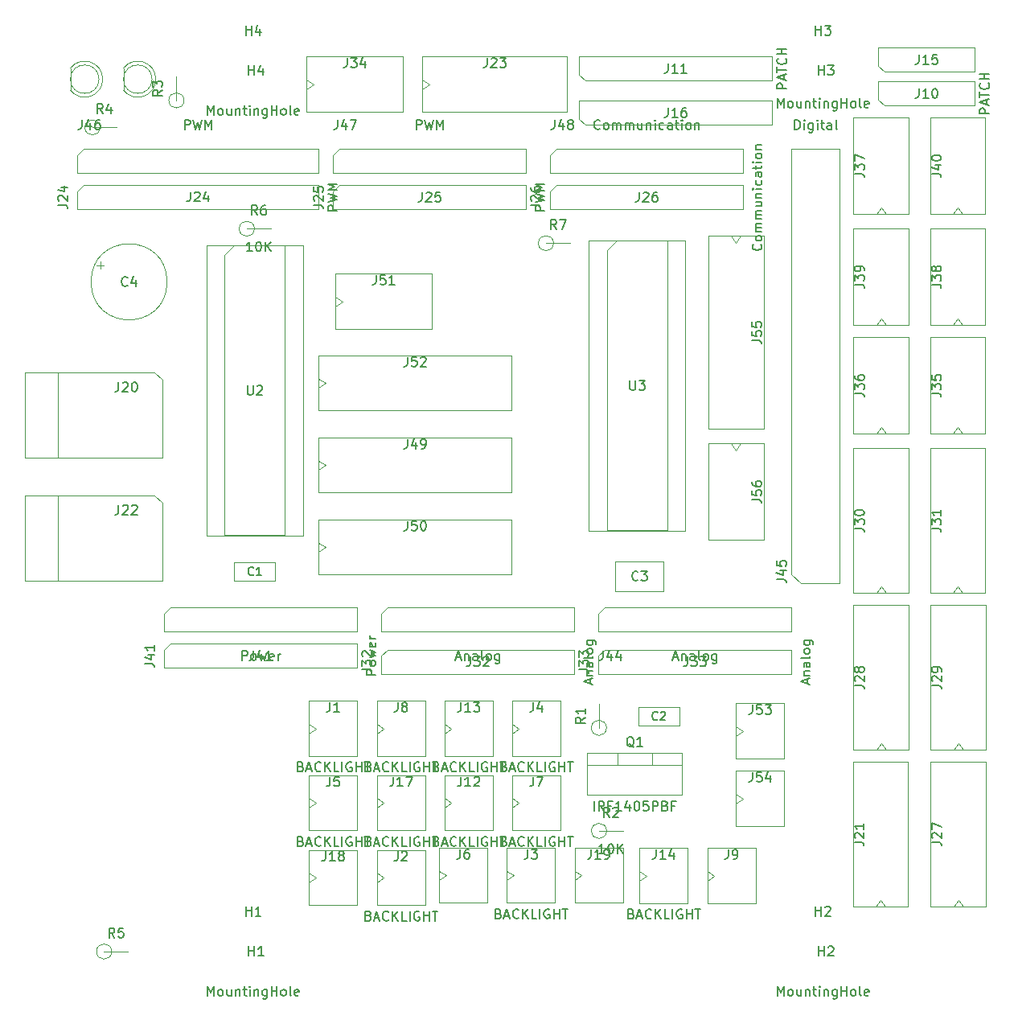
<source format=gbr>
%TF.GenerationSoftware,KiCad,Pcbnew,(6.0.7-1)-1*%
%TF.CreationDate,2023-10-29T12:02:16+10:00*%
%TF.ProjectId,Right Console Output,52696768-7420-4436-9f6e-736f6c65204f,rev?*%
%TF.SameCoordinates,Original*%
%TF.FileFunction,AssemblyDrawing,Top*%
%FSLAX46Y46*%
G04 Gerber Fmt 4.6, Leading zero omitted, Abs format (unit mm)*
G04 Created by KiCad (PCBNEW (6.0.7-1)-1) date 2023-10-29 12:02:16*
%MOMM*%
%LPD*%
G01*
G04 APERTURE LIST*
%ADD10C,0.150000*%
%ADD11C,0.129000*%
%ADD12C,0.100000*%
G04 APERTURE END LIST*
D10*
%TO.C,J45*%
X193059523Y-45842380D02*
X193059523Y-44842380D01*
X193297619Y-44842380D01*
X193440476Y-44890000D01*
X193535714Y-44985238D01*
X193583333Y-45080476D01*
X193630952Y-45270952D01*
X193630952Y-45413809D01*
X193583333Y-45604285D01*
X193535714Y-45699523D01*
X193440476Y-45794761D01*
X193297619Y-45842380D01*
X193059523Y-45842380D01*
X194059523Y-45842380D02*
X194059523Y-45175714D01*
X194059523Y-44842380D02*
X194011904Y-44890000D01*
X194059523Y-44937619D01*
X194107142Y-44890000D01*
X194059523Y-44842380D01*
X194059523Y-44937619D01*
X194964285Y-45175714D02*
X194964285Y-45985238D01*
X194916666Y-46080476D01*
X194869047Y-46128095D01*
X194773809Y-46175714D01*
X194630952Y-46175714D01*
X194535714Y-46128095D01*
X194964285Y-45794761D02*
X194869047Y-45842380D01*
X194678571Y-45842380D01*
X194583333Y-45794761D01*
X194535714Y-45747142D01*
X194488095Y-45651904D01*
X194488095Y-45366190D01*
X194535714Y-45270952D01*
X194583333Y-45223333D01*
X194678571Y-45175714D01*
X194869047Y-45175714D01*
X194964285Y-45223333D01*
X195440476Y-45842380D02*
X195440476Y-45175714D01*
X195440476Y-44842380D02*
X195392857Y-44890000D01*
X195440476Y-44937619D01*
X195488095Y-44890000D01*
X195440476Y-44842380D01*
X195440476Y-44937619D01*
X195773809Y-45175714D02*
X196154761Y-45175714D01*
X195916666Y-44842380D02*
X195916666Y-45699523D01*
X195964285Y-45794761D01*
X196059523Y-45842380D01*
X196154761Y-45842380D01*
X196916666Y-45842380D02*
X196916666Y-45318571D01*
X196869047Y-45223333D01*
X196773809Y-45175714D01*
X196583333Y-45175714D01*
X196488095Y-45223333D01*
X196916666Y-45794761D02*
X196821428Y-45842380D01*
X196583333Y-45842380D01*
X196488095Y-45794761D01*
X196440476Y-45699523D01*
X196440476Y-45604285D01*
X196488095Y-45509047D01*
X196583333Y-45461428D01*
X196821428Y-45461428D01*
X196916666Y-45413809D01*
X197535714Y-45842380D02*
X197440476Y-45794761D01*
X197392857Y-45699523D01*
X197392857Y-44842380D01*
X191146380Y-93189523D02*
X191860666Y-93189523D01*
X192003523Y-93237142D01*
X192098761Y-93332380D01*
X192146380Y-93475238D01*
X192146380Y-93570476D01*
X191479714Y-92284761D02*
X192146380Y-92284761D01*
X191098761Y-92522857D02*
X191813047Y-92760952D01*
X191813047Y-92141904D01*
X191146380Y-91284761D02*
X191146380Y-91760952D01*
X191622571Y-91808571D01*
X191574952Y-91760952D01*
X191527333Y-91665714D01*
X191527333Y-91427619D01*
X191574952Y-91332380D01*
X191622571Y-91284761D01*
X191717809Y-91237142D01*
X191955904Y-91237142D01*
X192051142Y-91284761D01*
X192098761Y-91332380D01*
X192146380Y-91427619D01*
X192146380Y-91665714D01*
X192098761Y-91760952D01*
X192051142Y-91808571D01*
%TO.C,J42*%
X134853809Y-101722380D02*
X134853809Y-100722380D01*
X135234761Y-100722380D01*
X135330000Y-100770000D01*
X135377619Y-100817619D01*
X135425238Y-100912857D01*
X135425238Y-101055714D01*
X135377619Y-101150952D01*
X135330000Y-101198571D01*
X135234761Y-101246190D01*
X134853809Y-101246190D01*
X135996666Y-101722380D02*
X135901428Y-101674761D01*
X135853809Y-101627142D01*
X135806190Y-101531904D01*
X135806190Y-101246190D01*
X135853809Y-101150952D01*
X135901428Y-101103333D01*
X135996666Y-101055714D01*
X136139523Y-101055714D01*
X136234761Y-101103333D01*
X136282380Y-101150952D01*
X136330000Y-101246190D01*
X136330000Y-101531904D01*
X136282380Y-101627142D01*
X136234761Y-101674761D01*
X136139523Y-101722380D01*
X135996666Y-101722380D01*
X136663333Y-101055714D02*
X136853809Y-101722380D01*
X137044285Y-101246190D01*
X137234761Y-101722380D01*
X137425238Y-101055714D01*
X138187142Y-101674761D02*
X138091904Y-101722380D01*
X137901428Y-101722380D01*
X137806190Y-101674761D01*
X137758571Y-101579523D01*
X137758571Y-101198571D01*
X137806190Y-101103333D01*
X137901428Y-101055714D01*
X138091904Y-101055714D01*
X138187142Y-101103333D01*
X138234761Y-101198571D01*
X138234761Y-101293809D01*
X137758571Y-101389047D01*
X138663333Y-101722380D02*
X138663333Y-101055714D01*
X138663333Y-101246190D02*
X138710952Y-101150952D01*
X138758571Y-101103333D01*
X138853809Y-101055714D01*
X138949047Y-101055714D01*
%TO.C,J43*%
X157380476Y-101436666D02*
X157856666Y-101436666D01*
X157285238Y-101722380D02*
X157618571Y-100722380D01*
X157951904Y-101722380D01*
X158285238Y-101055714D02*
X158285238Y-101722380D01*
X158285238Y-101150952D02*
X158332857Y-101103333D01*
X158428095Y-101055714D01*
X158570952Y-101055714D01*
X158666190Y-101103333D01*
X158713809Y-101198571D01*
X158713809Y-101722380D01*
X159618571Y-101722380D02*
X159618571Y-101198571D01*
X159570952Y-101103333D01*
X159475714Y-101055714D01*
X159285238Y-101055714D01*
X159190000Y-101103333D01*
X159618571Y-101674761D02*
X159523333Y-101722380D01*
X159285238Y-101722380D01*
X159190000Y-101674761D01*
X159142380Y-101579523D01*
X159142380Y-101484285D01*
X159190000Y-101389047D01*
X159285238Y-101341428D01*
X159523333Y-101341428D01*
X159618571Y-101293809D01*
X160237619Y-101722380D02*
X160142380Y-101674761D01*
X160094761Y-101579523D01*
X160094761Y-100722380D01*
X160761428Y-101722380D02*
X160666190Y-101674761D01*
X160618571Y-101627142D01*
X160570952Y-101531904D01*
X160570952Y-101246190D01*
X160618571Y-101150952D01*
X160666190Y-101103333D01*
X160761428Y-101055714D01*
X160904285Y-101055714D01*
X160999523Y-101103333D01*
X161047142Y-101150952D01*
X161094761Y-101246190D01*
X161094761Y-101531904D01*
X161047142Y-101627142D01*
X160999523Y-101674761D01*
X160904285Y-101722380D01*
X160761428Y-101722380D01*
X161951904Y-101055714D02*
X161951904Y-101865238D01*
X161904285Y-101960476D01*
X161856666Y-102008095D01*
X161761428Y-102055714D01*
X161618571Y-102055714D01*
X161523333Y-102008095D01*
X161951904Y-101674761D02*
X161856666Y-101722380D01*
X161666190Y-101722380D01*
X161570952Y-101674761D01*
X161523333Y-101627142D01*
X161475714Y-101531904D01*
X161475714Y-101246190D01*
X161523333Y-101150952D01*
X161570952Y-101103333D01*
X161666190Y-101055714D01*
X161856666Y-101055714D01*
X161951904Y-101103333D01*
%TO.C,J44*%
X180240476Y-101436666D02*
X180716666Y-101436666D01*
X180145238Y-101722380D02*
X180478571Y-100722380D01*
X180811904Y-101722380D01*
X181145238Y-101055714D02*
X181145238Y-101722380D01*
X181145238Y-101150952D02*
X181192857Y-101103333D01*
X181288095Y-101055714D01*
X181430952Y-101055714D01*
X181526190Y-101103333D01*
X181573809Y-101198571D01*
X181573809Y-101722380D01*
X182478571Y-101722380D02*
X182478571Y-101198571D01*
X182430952Y-101103333D01*
X182335714Y-101055714D01*
X182145238Y-101055714D01*
X182050000Y-101103333D01*
X182478571Y-101674761D02*
X182383333Y-101722380D01*
X182145238Y-101722380D01*
X182050000Y-101674761D01*
X182002380Y-101579523D01*
X182002380Y-101484285D01*
X182050000Y-101389047D01*
X182145238Y-101341428D01*
X182383333Y-101341428D01*
X182478571Y-101293809D01*
X183097619Y-101722380D02*
X183002380Y-101674761D01*
X182954761Y-101579523D01*
X182954761Y-100722380D01*
X183621428Y-101722380D02*
X183526190Y-101674761D01*
X183478571Y-101627142D01*
X183430952Y-101531904D01*
X183430952Y-101246190D01*
X183478571Y-101150952D01*
X183526190Y-101103333D01*
X183621428Y-101055714D01*
X183764285Y-101055714D01*
X183859523Y-101103333D01*
X183907142Y-101150952D01*
X183954761Y-101246190D01*
X183954761Y-101531904D01*
X183907142Y-101627142D01*
X183859523Y-101674761D01*
X183764285Y-101722380D01*
X183621428Y-101722380D01*
X184811904Y-101055714D02*
X184811904Y-101865238D01*
X184764285Y-101960476D01*
X184716666Y-102008095D01*
X184621428Y-102055714D01*
X184478571Y-102055714D01*
X184383333Y-102008095D01*
X184811904Y-101674761D02*
X184716666Y-101722380D01*
X184526190Y-101722380D01*
X184430952Y-101674761D01*
X184383333Y-101627142D01*
X184335714Y-101531904D01*
X184335714Y-101246190D01*
X184383333Y-101150952D01*
X184430952Y-101103333D01*
X184526190Y-101055714D01*
X184716666Y-101055714D01*
X184811904Y-101103333D01*
X172850476Y-100722380D02*
X172850476Y-101436666D01*
X172802857Y-101579523D01*
X172707619Y-101674761D01*
X172564761Y-101722380D01*
X172469523Y-101722380D01*
X173755238Y-101055714D02*
X173755238Y-101722380D01*
X173517142Y-100674761D02*
X173279047Y-101389047D01*
X173898095Y-101389047D01*
X174707619Y-101055714D02*
X174707619Y-101722380D01*
X174469523Y-100674761D02*
X174231428Y-101389047D01*
X174850476Y-101389047D01*
%TO.C,J46*%
X128821238Y-45842380D02*
X128821238Y-44842380D01*
X129202190Y-44842380D01*
X129297428Y-44890000D01*
X129345047Y-44937619D01*
X129392666Y-45032857D01*
X129392666Y-45175714D01*
X129345047Y-45270952D01*
X129297428Y-45318571D01*
X129202190Y-45366190D01*
X128821238Y-45366190D01*
X129726000Y-44842380D02*
X129964095Y-45842380D01*
X130154571Y-45128095D01*
X130345047Y-45842380D01*
X130583142Y-44842380D01*
X130964095Y-45842380D02*
X130964095Y-44842380D01*
X131297428Y-45556666D01*
X131630761Y-44842380D01*
X131630761Y-45842380D01*
X117986476Y-44842380D02*
X117986476Y-45556666D01*
X117938857Y-45699523D01*
X117843619Y-45794761D01*
X117700761Y-45842380D01*
X117605523Y-45842380D01*
X118891238Y-45175714D02*
X118891238Y-45842380D01*
X118653142Y-44794761D02*
X118415047Y-45509047D01*
X119034095Y-45509047D01*
X119843619Y-44842380D02*
X119653142Y-44842380D01*
X119557904Y-44890000D01*
X119510285Y-44937619D01*
X119415047Y-45080476D01*
X119367428Y-45270952D01*
X119367428Y-45651904D01*
X119415047Y-45747142D01*
X119462666Y-45794761D01*
X119557904Y-45842380D01*
X119748380Y-45842380D01*
X119843619Y-45794761D01*
X119891238Y-45747142D01*
X119938857Y-45651904D01*
X119938857Y-45413809D01*
X119891238Y-45318571D01*
X119843619Y-45270952D01*
X119748380Y-45223333D01*
X119557904Y-45223333D01*
X119462666Y-45270952D01*
X119415047Y-45318571D01*
X119367428Y-45413809D01*
%TO.C,J47*%
X153205238Y-45842380D02*
X153205238Y-44842380D01*
X153586190Y-44842380D01*
X153681428Y-44890000D01*
X153729047Y-44937619D01*
X153776666Y-45032857D01*
X153776666Y-45175714D01*
X153729047Y-45270952D01*
X153681428Y-45318571D01*
X153586190Y-45366190D01*
X153205238Y-45366190D01*
X154110000Y-44842380D02*
X154348095Y-45842380D01*
X154538571Y-45128095D01*
X154729047Y-45842380D01*
X154967142Y-44842380D01*
X155348095Y-45842380D02*
X155348095Y-44842380D01*
X155681428Y-45556666D01*
X156014761Y-44842380D01*
X156014761Y-45842380D01*
X144910476Y-44842380D02*
X144910476Y-45556666D01*
X144862857Y-45699523D01*
X144767619Y-45794761D01*
X144624761Y-45842380D01*
X144529523Y-45842380D01*
X145815238Y-45175714D02*
X145815238Y-45842380D01*
X145577142Y-44794761D02*
X145339047Y-45509047D01*
X145958095Y-45509047D01*
X146243809Y-44842380D02*
X146910476Y-44842380D01*
X146481904Y-45842380D01*
%TO.C,J48*%
X172541428Y-45747142D02*
X172493809Y-45794761D01*
X172350952Y-45842380D01*
X172255714Y-45842380D01*
X172112857Y-45794761D01*
X172017619Y-45699523D01*
X171970000Y-45604285D01*
X171922380Y-45413809D01*
X171922380Y-45270952D01*
X171970000Y-45080476D01*
X172017619Y-44985238D01*
X172112857Y-44890000D01*
X172255714Y-44842380D01*
X172350952Y-44842380D01*
X172493809Y-44890000D01*
X172541428Y-44937619D01*
X173112857Y-45842380D02*
X173017619Y-45794761D01*
X172970000Y-45747142D01*
X172922380Y-45651904D01*
X172922380Y-45366190D01*
X172970000Y-45270952D01*
X173017619Y-45223333D01*
X173112857Y-45175714D01*
X173255714Y-45175714D01*
X173350952Y-45223333D01*
X173398571Y-45270952D01*
X173446190Y-45366190D01*
X173446190Y-45651904D01*
X173398571Y-45747142D01*
X173350952Y-45794761D01*
X173255714Y-45842380D01*
X173112857Y-45842380D01*
X173874761Y-45842380D02*
X173874761Y-45175714D01*
X173874761Y-45270952D02*
X173922380Y-45223333D01*
X174017619Y-45175714D01*
X174160476Y-45175714D01*
X174255714Y-45223333D01*
X174303333Y-45318571D01*
X174303333Y-45842380D01*
X174303333Y-45318571D02*
X174350952Y-45223333D01*
X174446190Y-45175714D01*
X174589047Y-45175714D01*
X174684285Y-45223333D01*
X174731904Y-45318571D01*
X174731904Y-45842380D01*
X175208095Y-45842380D02*
X175208095Y-45175714D01*
X175208095Y-45270952D02*
X175255714Y-45223333D01*
X175350952Y-45175714D01*
X175493809Y-45175714D01*
X175589047Y-45223333D01*
X175636666Y-45318571D01*
X175636666Y-45842380D01*
X175636666Y-45318571D02*
X175684285Y-45223333D01*
X175779523Y-45175714D01*
X175922380Y-45175714D01*
X176017619Y-45223333D01*
X176065238Y-45318571D01*
X176065238Y-45842380D01*
X176970000Y-45175714D02*
X176970000Y-45842380D01*
X176541428Y-45175714D02*
X176541428Y-45699523D01*
X176589047Y-45794761D01*
X176684285Y-45842380D01*
X176827142Y-45842380D01*
X176922380Y-45794761D01*
X176970000Y-45747142D01*
X177446190Y-45175714D02*
X177446190Y-45842380D01*
X177446190Y-45270952D02*
X177493809Y-45223333D01*
X177589047Y-45175714D01*
X177731904Y-45175714D01*
X177827142Y-45223333D01*
X177874761Y-45318571D01*
X177874761Y-45842380D01*
X178350952Y-45842380D02*
X178350952Y-45175714D01*
X178350952Y-44842380D02*
X178303333Y-44890000D01*
X178350952Y-44937619D01*
X178398571Y-44890000D01*
X178350952Y-44842380D01*
X178350952Y-44937619D01*
X179255714Y-45794761D02*
X179160476Y-45842380D01*
X178970000Y-45842380D01*
X178874761Y-45794761D01*
X178827142Y-45747142D01*
X178779523Y-45651904D01*
X178779523Y-45366190D01*
X178827142Y-45270952D01*
X178874761Y-45223333D01*
X178970000Y-45175714D01*
X179160476Y-45175714D01*
X179255714Y-45223333D01*
X180112857Y-45842380D02*
X180112857Y-45318571D01*
X180065238Y-45223333D01*
X179970000Y-45175714D01*
X179779523Y-45175714D01*
X179684285Y-45223333D01*
X180112857Y-45794761D02*
X180017619Y-45842380D01*
X179779523Y-45842380D01*
X179684285Y-45794761D01*
X179636666Y-45699523D01*
X179636666Y-45604285D01*
X179684285Y-45509047D01*
X179779523Y-45461428D01*
X180017619Y-45461428D01*
X180112857Y-45413809D01*
X180446190Y-45175714D02*
X180827142Y-45175714D01*
X180589047Y-44842380D02*
X180589047Y-45699523D01*
X180636666Y-45794761D01*
X180731904Y-45842380D01*
X180827142Y-45842380D01*
X181160476Y-45842380D02*
X181160476Y-45175714D01*
X181160476Y-44842380D02*
X181112857Y-44890000D01*
X181160476Y-44937619D01*
X181208095Y-44890000D01*
X181160476Y-44842380D01*
X181160476Y-44937619D01*
X181779523Y-45842380D02*
X181684285Y-45794761D01*
X181636666Y-45747142D01*
X181589047Y-45651904D01*
X181589047Y-45366190D01*
X181636666Y-45270952D01*
X181684285Y-45223333D01*
X181779523Y-45175714D01*
X181922380Y-45175714D01*
X182017619Y-45223333D01*
X182065238Y-45270952D01*
X182112857Y-45366190D01*
X182112857Y-45651904D01*
X182065238Y-45747142D01*
X182017619Y-45794761D01*
X181922380Y-45842380D01*
X181779523Y-45842380D01*
X182541428Y-45175714D02*
X182541428Y-45842380D01*
X182541428Y-45270952D02*
X182589047Y-45223333D01*
X182684285Y-45175714D01*
X182827142Y-45175714D01*
X182922380Y-45223333D01*
X182970000Y-45318571D01*
X182970000Y-45842380D01*
X167770476Y-44842380D02*
X167770476Y-45556666D01*
X167722857Y-45699523D01*
X167627619Y-45794761D01*
X167484761Y-45842380D01*
X167389523Y-45842380D01*
X168675238Y-45175714D02*
X168675238Y-45842380D01*
X168437142Y-44794761D02*
X168199047Y-45509047D01*
X168818095Y-45509047D01*
X169341904Y-45270952D02*
X169246666Y-45223333D01*
X169199047Y-45175714D01*
X169151428Y-45080476D01*
X169151428Y-45032857D01*
X169199047Y-44937619D01*
X169246666Y-44890000D01*
X169341904Y-44842380D01*
X169532380Y-44842380D01*
X169627619Y-44890000D01*
X169675238Y-44937619D01*
X169722857Y-45032857D01*
X169722857Y-45080476D01*
X169675238Y-45175714D01*
X169627619Y-45223333D01*
X169532380Y-45270952D01*
X169341904Y-45270952D01*
X169246666Y-45318571D01*
X169199047Y-45366190D01*
X169151428Y-45461428D01*
X169151428Y-45651904D01*
X169199047Y-45747142D01*
X169246666Y-45794761D01*
X169341904Y-45842380D01*
X169532380Y-45842380D01*
X169627619Y-45794761D01*
X169675238Y-45747142D01*
X169722857Y-45651904D01*
X169722857Y-45461428D01*
X169675238Y-45366190D01*
X169627619Y-45318571D01*
X169532380Y-45270952D01*
%TO.C,C3*%
X176541333Y-93245142D02*
X176493714Y-93292761D01*
X176350857Y-93340380D01*
X176255619Y-93340380D01*
X176112761Y-93292761D01*
X176017523Y-93197523D01*
X175969904Y-93102285D01*
X175922285Y-92911809D01*
X175922285Y-92768952D01*
X175969904Y-92578476D01*
X176017523Y-92483238D01*
X176112761Y-92388000D01*
X176255619Y-92340380D01*
X176350857Y-92340380D01*
X176493714Y-92388000D01*
X176541333Y-92435619D01*
X176874666Y-92340380D02*
X177493714Y-92340380D01*
X177160380Y-92721333D01*
X177303238Y-92721333D01*
X177398476Y-92768952D01*
X177446095Y-92816571D01*
X177493714Y-92911809D01*
X177493714Y-93149904D01*
X177446095Y-93245142D01*
X177398476Y-93292761D01*
X177303238Y-93340380D01*
X177017523Y-93340380D01*
X176922285Y-93292761D01*
X176874666Y-93245142D01*
%TO.C,R4*%
X120203333Y-44176380D02*
X119870000Y-43700190D01*
X119631904Y-44176380D02*
X119631904Y-43176380D01*
X120012857Y-43176380D01*
X120108095Y-43224000D01*
X120155714Y-43271619D01*
X120203333Y-43366857D01*
X120203333Y-43509714D01*
X120155714Y-43604952D01*
X120108095Y-43652571D01*
X120012857Y-43700190D01*
X119631904Y-43700190D01*
X121060476Y-43509714D02*
X121060476Y-44176380D01*
X120822380Y-43128761D02*
X120584285Y-43843047D01*
X121203333Y-43843047D01*
%TO.C,J15*%
X206124476Y-37984380D02*
X206124476Y-38698666D01*
X206076857Y-38841523D01*
X205981619Y-38936761D01*
X205838761Y-38984380D01*
X205743523Y-38984380D01*
X207124476Y-38984380D02*
X206553047Y-38984380D01*
X206838761Y-38984380D02*
X206838761Y-37984380D01*
X206743523Y-38127238D01*
X206648285Y-38222476D01*
X206553047Y-38270095D01*
X208029238Y-37984380D02*
X207553047Y-37984380D01*
X207505428Y-38460571D01*
X207553047Y-38412952D01*
X207648285Y-38365333D01*
X207886380Y-38365333D01*
X207981619Y-38412952D01*
X208029238Y-38460571D01*
X208076857Y-38555809D01*
X208076857Y-38793904D01*
X208029238Y-38889142D01*
X207981619Y-38936761D01*
X207886380Y-38984380D01*
X207648285Y-38984380D01*
X207553047Y-38936761D01*
X207505428Y-38889142D01*
%TO.C,J55*%
X188540380Y-68043523D02*
X189254666Y-68043523D01*
X189397523Y-68091142D01*
X189492761Y-68186380D01*
X189540380Y-68329238D01*
X189540380Y-68424476D01*
X188540380Y-67091142D02*
X188540380Y-67567333D01*
X189016571Y-67614952D01*
X188968952Y-67567333D01*
X188921333Y-67472095D01*
X188921333Y-67234000D01*
X188968952Y-67138761D01*
X189016571Y-67091142D01*
X189111809Y-67043523D01*
X189349904Y-67043523D01*
X189445142Y-67091142D01*
X189492761Y-67138761D01*
X189540380Y-67234000D01*
X189540380Y-67472095D01*
X189492761Y-67567333D01*
X189445142Y-67614952D01*
X188540380Y-66138761D02*
X188540380Y-66614952D01*
X189016571Y-66662571D01*
X188968952Y-66614952D01*
X188921333Y-66519714D01*
X188921333Y-66281619D01*
X188968952Y-66186380D01*
X189016571Y-66138761D01*
X189111809Y-66091142D01*
X189349904Y-66091142D01*
X189445142Y-66138761D01*
X189492761Y-66186380D01*
X189540380Y-66281619D01*
X189540380Y-66519714D01*
X189492761Y-66614952D01*
X189445142Y-66662571D01*
%TO.C,J35*%
X207468380Y-73631523D02*
X208182666Y-73631523D01*
X208325523Y-73679142D01*
X208420761Y-73774380D01*
X208468380Y-73917238D01*
X208468380Y-74012476D01*
X207468380Y-73250571D02*
X207468380Y-72631523D01*
X207849333Y-72964857D01*
X207849333Y-72822000D01*
X207896952Y-72726761D01*
X207944571Y-72679142D01*
X208039809Y-72631523D01*
X208277904Y-72631523D01*
X208373142Y-72679142D01*
X208420761Y-72726761D01*
X208468380Y-72822000D01*
X208468380Y-73107714D01*
X208420761Y-73202952D01*
X208373142Y-73250571D01*
X207468380Y-71726761D02*
X207468380Y-72202952D01*
X207944571Y-72250571D01*
X207896952Y-72202952D01*
X207849333Y-72107714D01*
X207849333Y-71869619D01*
X207896952Y-71774380D01*
X207944571Y-71726761D01*
X208039809Y-71679142D01*
X208277904Y-71679142D01*
X208373142Y-71726761D01*
X208420761Y-71774380D01*
X208468380Y-71869619D01*
X208468380Y-72107714D01*
X208420761Y-72202952D01*
X208373142Y-72250571D01*
%TO.C,J11*%
X192190380Y-41565238D02*
X191190380Y-41565238D01*
X191190380Y-41184285D01*
X191238000Y-41089047D01*
X191285619Y-41041428D01*
X191380857Y-40993809D01*
X191523714Y-40993809D01*
X191618952Y-41041428D01*
X191666571Y-41089047D01*
X191714190Y-41184285D01*
X191714190Y-41565238D01*
X191904666Y-40612857D02*
X191904666Y-40136666D01*
X192190380Y-40708095D02*
X191190380Y-40374761D01*
X192190380Y-40041428D01*
X191190380Y-39850952D02*
X191190380Y-39279523D01*
X192190380Y-39565238D02*
X191190380Y-39565238D01*
X192095142Y-38374761D02*
X192142761Y-38422380D01*
X192190380Y-38565238D01*
X192190380Y-38660476D01*
X192142761Y-38803333D01*
X192047523Y-38898571D01*
X191952285Y-38946190D01*
X191761809Y-38993809D01*
X191618952Y-38993809D01*
X191428476Y-38946190D01*
X191333238Y-38898571D01*
X191238000Y-38803333D01*
X191190380Y-38660476D01*
X191190380Y-38565238D01*
X191238000Y-38422380D01*
X191285619Y-38374761D01*
X192190380Y-37946190D02*
X191190380Y-37946190D01*
X191666571Y-37946190D02*
X191666571Y-37374761D01*
X192190380Y-37374761D02*
X191190380Y-37374761D01*
X179708476Y-38922380D02*
X179708476Y-39636666D01*
X179660857Y-39779523D01*
X179565619Y-39874761D01*
X179422761Y-39922380D01*
X179327523Y-39922380D01*
X180708476Y-39922380D02*
X180137047Y-39922380D01*
X180422761Y-39922380D02*
X180422761Y-38922380D01*
X180327523Y-39065238D01*
X180232285Y-39160476D01*
X180137047Y-39208095D01*
X181660857Y-39922380D02*
X181089428Y-39922380D01*
X181375142Y-39922380D02*
X181375142Y-38922380D01*
X181279904Y-39065238D01*
X181184666Y-39160476D01*
X181089428Y-39208095D01*
%TO.C,R5*%
X121428333Y-130917380D02*
X121095000Y-130441190D01*
X120856904Y-130917380D02*
X120856904Y-129917380D01*
X121237857Y-129917380D01*
X121333095Y-129965000D01*
X121380714Y-130012619D01*
X121428333Y-130107857D01*
X121428333Y-130250714D01*
X121380714Y-130345952D01*
X121333095Y-130393571D01*
X121237857Y-130441190D01*
X120856904Y-130441190D01*
X122333095Y-129917380D02*
X121856904Y-129917380D01*
X121809285Y-130393571D01*
X121856904Y-130345952D01*
X121952142Y-130298333D01*
X122190238Y-130298333D01*
X122285476Y-130345952D01*
X122333095Y-130393571D01*
X122380714Y-130488809D01*
X122380714Y-130726904D01*
X122333095Y-130822142D01*
X122285476Y-130869761D01*
X122190238Y-130917380D01*
X121952142Y-130917380D01*
X121856904Y-130869761D01*
X121809285Y-130822142D01*
%TO.C,J12*%
X155305238Y-120768571D02*
X155448095Y-120816190D01*
X155495714Y-120863809D01*
X155543333Y-120959047D01*
X155543333Y-121101904D01*
X155495714Y-121197142D01*
X155448095Y-121244761D01*
X155352857Y-121292380D01*
X154971904Y-121292380D01*
X154971904Y-120292380D01*
X155305238Y-120292380D01*
X155400476Y-120340000D01*
X155448095Y-120387619D01*
X155495714Y-120482857D01*
X155495714Y-120578095D01*
X155448095Y-120673333D01*
X155400476Y-120720952D01*
X155305238Y-120768571D01*
X154971904Y-120768571D01*
X155924285Y-121006666D02*
X156400476Y-121006666D01*
X155829047Y-121292380D02*
X156162380Y-120292380D01*
X156495714Y-121292380D01*
X157400476Y-121197142D02*
X157352857Y-121244761D01*
X157210000Y-121292380D01*
X157114761Y-121292380D01*
X156971904Y-121244761D01*
X156876666Y-121149523D01*
X156829047Y-121054285D01*
X156781428Y-120863809D01*
X156781428Y-120720952D01*
X156829047Y-120530476D01*
X156876666Y-120435238D01*
X156971904Y-120340000D01*
X157114761Y-120292380D01*
X157210000Y-120292380D01*
X157352857Y-120340000D01*
X157400476Y-120387619D01*
X157829047Y-121292380D02*
X157829047Y-120292380D01*
X158400476Y-121292380D02*
X157971904Y-120720952D01*
X158400476Y-120292380D02*
X157829047Y-120863809D01*
X159305238Y-121292380D02*
X158829047Y-121292380D01*
X158829047Y-120292380D01*
X159638571Y-121292380D02*
X159638571Y-120292380D01*
X160638571Y-120340000D02*
X160543333Y-120292380D01*
X160400476Y-120292380D01*
X160257619Y-120340000D01*
X160162380Y-120435238D01*
X160114761Y-120530476D01*
X160067142Y-120720952D01*
X160067142Y-120863809D01*
X160114761Y-121054285D01*
X160162380Y-121149523D01*
X160257619Y-121244761D01*
X160400476Y-121292380D01*
X160495714Y-121292380D01*
X160638571Y-121244761D01*
X160686190Y-121197142D01*
X160686190Y-120863809D01*
X160495714Y-120863809D01*
X161114761Y-121292380D02*
X161114761Y-120292380D01*
X161114761Y-120768571D02*
X161686190Y-120768571D01*
X161686190Y-121292380D02*
X161686190Y-120292380D01*
X162019523Y-120292380D02*
X162590952Y-120292380D01*
X162305238Y-121292380D02*
X162305238Y-120292380D01*
X157900476Y-113992380D02*
X157900476Y-114706666D01*
X157852857Y-114849523D01*
X157757619Y-114944761D01*
X157614761Y-114992380D01*
X157519523Y-114992380D01*
X158900476Y-114992380D02*
X158329047Y-114992380D01*
X158614761Y-114992380D02*
X158614761Y-113992380D01*
X158519523Y-114135238D01*
X158424285Y-114230476D01*
X158329047Y-114278095D01*
X159281428Y-114087619D02*
X159329047Y-114040000D01*
X159424285Y-113992380D01*
X159662380Y-113992380D01*
X159757619Y-114040000D01*
X159805238Y-114087619D01*
X159852857Y-114182857D01*
X159852857Y-114278095D01*
X159805238Y-114420952D01*
X159233809Y-114992380D01*
X159852857Y-114992380D01*
%TO.C,J39*%
X199360380Y-62174523D02*
X200074666Y-62174523D01*
X200217523Y-62222142D01*
X200312761Y-62317380D01*
X200360380Y-62460238D01*
X200360380Y-62555476D01*
X199360380Y-61793571D02*
X199360380Y-61174523D01*
X199741333Y-61507857D01*
X199741333Y-61365000D01*
X199788952Y-61269761D01*
X199836571Y-61222142D01*
X199931809Y-61174523D01*
X200169904Y-61174523D01*
X200265142Y-61222142D01*
X200312761Y-61269761D01*
X200360380Y-61365000D01*
X200360380Y-61650714D01*
X200312761Y-61745952D01*
X200265142Y-61793571D01*
X200360380Y-60698333D02*
X200360380Y-60507857D01*
X200312761Y-60412619D01*
X200265142Y-60365000D01*
X200122285Y-60269761D01*
X199931809Y-60222142D01*
X199550857Y-60222142D01*
X199455619Y-60269761D01*
X199408000Y-60317380D01*
X199360380Y-60412619D01*
X199360380Y-60603095D01*
X199408000Y-60698333D01*
X199455619Y-60745952D01*
X199550857Y-60793571D01*
X199788952Y-60793571D01*
X199884190Y-60745952D01*
X199931809Y-60698333D01*
X199979428Y-60603095D01*
X199979428Y-60412619D01*
X199931809Y-60317380D01*
X199884190Y-60269761D01*
X199788952Y-60222142D01*
%TO.C,J33*%
X170342380Y-102714523D02*
X171056666Y-102714523D01*
X171199523Y-102762142D01*
X171294761Y-102857380D01*
X171342380Y-103000238D01*
X171342380Y-103095476D01*
X170342380Y-102333571D02*
X170342380Y-101714523D01*
X170723333Y-102047857D01*
X170723333Y-101905000D01*
X170770952Y-101809761D01*
X170818571Y-101762142D01*
X170913809Y-101714523D01*
X171151904Y-101714523D01*
X171247142Y-101762142D01*
X171294761Y-101809761D01*
X171342380Y-101905000D01*
X171342380Y-102190714D01*
X171294761Y-102285952D01*
X171247142Y-102333571D01*
X170342380Y-101381190D02*
X170342380Y-100762142D01*
X170723333Y-101095476D01*
X170723333Y-100952619D01*
X170770952Y-100857380D01*
X170818571Y-100809761D01*
X170913809Y-100762142D01*
X171151904Y-100762142D01*
X171247142Y-100809761D01*
X171294761Y-100857380D01*
X171342380Y-100952619D01*
X171342380Y-101238333D01*
X171294761Y-101333571D01*
X171247142Y-101381190D01*
X194376666Y-104214523D02*
X194376666Y-103738333D01*
X194662380Y-104309761D02*
X193662380Y-103976428D01*
X194662380Y-103643095D01*
X193995714Y-103309761D02*
X194662380Y-103309761D01*
X194090952Y-103309761D02*
X194043333Y-103262142D01*
X193995714Y-103166904D01*
X193995714Y-103024047D01*
X194043333Y-102928809D01*
X194138571Y-102881190D01*
X194662380Y-102881190D01*
X194662380Y-101976428D02*
X194138571Y-101976428D01*
X194043333Y-102024047D01*
X193995714Y-102119285D01*
X193995714Y-102309761D01*
X194043333Y-102405000D01*
X194614761Y-101976428D02*
X194662380Y-102071666D01*
X194662380Y-102309761D01*
X194614761Y-102405000D01*
X194519523Y-102452619D01*
X194424285Y-102452619D01*
X194329047Y-102405000D01*
X194281428Y-102309761D01*
X194281428Y-102071666D01*
X194233809Y-101976428D01*
X194662380Y-101357380D02*
X194614761Y-101452619D01*
X194519523Y-101500238D01*
X193662380Y-101500238D01*
X194662380Y-100833571D02*
X194614761Y-100928809D01*
X194567142Y-100976428D01*
X194471904Y-101024047D01*
X194186190Y-101024047D01*
X194090952Y-100976428D01*
X194043333Y-100928809D01*
X193995714Y-100833571D01*
X193995714Y-100690714D01*
X194043333Y-100595476D01*
X194090952Y-100547857D01*
X194186190Y-100500238D01*
X194471904Y-100500238D01*
X194567142Y-100547857D01*
X194614761Y-100595476D01*
X194662380Y-100690714D01*
X194662380Y-100833571D01*
X193995714Y-99643095D02*
X194805238Y-99643095D01*
X194900476Y-99690714D01*
X194948095Y-99738333D01*
X194995714Y-99833571D01*
X194995714Y-99976428D01*
X194948095Y-100071666D01*
X194614761Y-99643095D02*
X194662380Y-99738333D01*
X194662380Y-99928809D01*
X194614761Y-100024047D01*
X194567142Y-100071666D01*
X194471904Y-100119285D01*
X194186190Y-100119285D01*
X194090952Y-100071666D01*
X194043333Y-100024047D01*
X193995714Y-99928809D01*
X193995714Y-99738333D01*
X194043333Y-99643095D01*
X181740476Y-101357380D02*
X181740476Y-102071666D01*
X181692857Y-102214523D01*
X181597619Y-102309761D01*
X181454761Y-102357380D01*
X181359523Y-102357380D01*
X182121428Y-101357380D02*
X182740476Y-101357380D01*
X182407142Y-101738333D01*
X182550000Y-101738333D01*
X182645238Y-101785952D01*
X182692857Y-101833571D01*
X182740476Y-101928809D01*
X182740476Y-102166904D01*
X182692857Y-102262142D01*
X182645238Y-102309761D01*
X182550000Y-102357380D01*
X182264285Y-102357380D01*
X182169047Y-102309761D01*
X182121428Y-102262142D01*
X183073809Y-101357380D02*
X183692857Y-101357380D01*
X183359523Y-101738333D01*
X183502380Y-101738333D01*
X183597619Y-101785952D01*
X183645238Y-101833571D01*
X183692857Y-101928809D01*
X183692857Y-102166904D01*
X183645238Y-102262142D01*
X183597619Y-102309761D01*
X183502380Y-102357380D01*
X183216666Y-102357380D01*
X183121428Y-102309761D01*
X183073809Y-102262142D01*
%TO.C,J53*%
X188598476Y-106396380D02*
X188598476Y-107110666D01*
X188550857Y-107253523D01*
X188455619Y-107348761D01*
X188312761Y-107396380D01*
X188217523Y-107396380D01*
X189550857Y-106396380D02*
X189074666Y-106396380D01*
X189027047Y-106872571D01*
X189074666Y-106824952D01*
X189169904Y-106777333D01*
X189408000Y-106777333D01*
X189503238Y-106824952D01*
X189550857Y-106872571D01*
X189598476Y-106967809D01*
X189598476Y-107205904D01*
X189550857Y-107301142D01*
X189503238Y-107348761D01*
X189408000Y-107396380D01*
X189169904Y-107396380D01*
X189074666Y-107348761D01*
X189027047Y-107301142D01*
X189931809Y-106396380D02*
X190550857Y-106396380D01*
X190217523Y-106777333D01*
X190360380Y-106777333D01*
X190455619Y-106824952D01*
X190503238Y-106872571D01*
X190550857Y-106967809D01*
X190550857Y-107205904D01*
X190503238Y-107301142D01*
X190455619Y-107348761D01*
X190360380Y-107396380D01*
X190074666Y-107396380D01*
X189979428Y-107348761D01*
X189931809Y-107301142D01*
%TO.C,H2*%
X195258095Y-128637380D02*
X195258095Y-127637380D01*
X195258095Y-128113571D02*
X195829523Y-128113571D01*
X195829523Y-128637380D02*
X195829523Y-127637380D01*
X196258095Y-127732619D02*
X196305714Y-127685000D01*
X196400952Y-127637380D01*
X196639047Y-127637380D01*
X196734285Y-127685000D01*
X196781904Y-127732619D01*
X196829523Y-127827857D01*
X196829523Y-127923095D01*
X196781904Y-128065952D01*
X196210476Y-128637380D01*
X196829523Y-128637380D01*
X191234285Y-137037380D02*
X191234285Y-136037380D01*
X191567619Y-136751666D01*
X191900952Y-136037380D01*
X191900952Y-137037380D01*
X192520000Y-137037380D02*
X192424761Y-136989761D01*
X192377142Y-136942142D01*
X192329523Y-136846904D01*
X192329523Y-136561190D01*
X192377142Y-136465952D01*
X192424761Y-136418333D01*
X192520000Y-136370714D01*
X192662857Y-136370714D01*
X192758095Y-136418333D01*
X192805714Y-136465952D01*
X192853333Y-136561190D01*
X192853333Y-136846904D01*
X192805714Y-136942142D01*
X192758095Y-136989761D01*
X192662857Y-137037380D01*
X192520000Y-137037380D01*
X193710476Y-136370714D02*
X193710476Y-137037380D01*
X193281904Y-136370714D02*
X193281904Y-136894523D01*
X193329523Y-136989761D01*
X193424761Y-137037380D01*
X193567619Y-137037380D01*
X193662857Y-136989761D01*
X193710476Y-136942142D01*
X194186666Y-136370714D02*
X194186666Y-137037380D01*
X194186666Y-136465952D02*
X194234285Y-136418333D01*
X194329523Y-136370714D01*
X194472380Y-136370714D01*
X194567619Y-136418333D01*
X194615238Y-136513571D01*
X194615238Y-137037380D01*
X194948571Y-136370714D02*
X195329523Y-136370714D01*
X195091428Y-136037380D02*
X195091428Y-136894523D01*
X195139047Y-136989761D01*
X195234285Y-137037380D01*
X195329523Y-137037380D01*
X195662857Y-137037380D02*
X195662857Y-136370714D01*
X195662857Y-136037380D02*
X195615238Y-136085000D01*
X195662857Y-136132619D01*
X195710476Y-136085000D01*
X195662857Y-136037380D01*
X195662857Y-136132619D01*
X196139047Y-136370714D02*
X196139047Y-137037380D01*
X196139047Y-136465952D02*
X196186666Y-136418333D01*
X196281904Y-136370714D01*
X196424761Y-136370714D01*
X196520000Y-136418333D01*
X196567619Y-136513571D01*
X196567619Y-137037380D01*
X197472380Y-136370714D02*
X197472380Y-137180238D01*
X197424761Y-137275476D01*
X197377142Y-137323095D01*
X197281904Y-137370714D01*
X197139047Y-137370714D01*
X197043809Y-137323095D01*
X197472380Y-136989761D02*
X197377142Y-137037380D01*
X197186666Y-137037380D01*
X197091428Y-136989761D01*
X197043809Y-136942142D01*
X196996190Y-136846904D01*
X196996190Y-136561190D01*
X197043809Y-136465952D01*
X197091428Y-136418333D01*
X197186666Y-136370714D01*
X197377142Y-136370714D01*
X197472380Y-136418333D01*
X197948571Y-137037380D02*
X197948571Y-136037380D01*
X197948571Y-136513571D02*
X198520000Y-136513571D01*
X198520000Y-137037380D02*
X198520000Y-136037380D01*
X199139047Y-137037380D02*
X199043809Y-136989761D01*
X198996190Y-136942142D01*
X198948571Y-136846904D01*
X198948571Y-136561190D01*
X198996190Y-136465952D01*
X199043809Y-136418333D01*
X199139047Y-136370714D01*
X199281904Y-136370714D01*
X199377142Y-136418333D01*
X199424761Y-136465952D01*
X199472380Y-136561190D01*
X199472380Y-136846904D01*
X199424761Y-136942142D01*
X199377142Y-136989761D01*
X199281904Y-137037380D01*
X199139047Y-137037380D01*
X200043809Y-137037380D02*
X199948571Y-136989761D01*
X199900952Y-136894523D01*
X199900952Y-136037380D01*
X200805714Y-136989761D02*
X200710476Y-137037380D01*
X200520000Y-137037380D01*
X200424761Y-136989761D01*
X200377142Y-136894523D01*
X200377142Y-136513571D01*
X200424761Y-136418333D01*
X200520000Y-136370714D01*
X200710476Y-136370714D01*
X200805714Y-136418333D01*
X200853333Y-136513571D01*
X200853333Y-136608809D01*
X200377142Y-136704047D01*
X195558095Y-132837380D02*
X195558095Y-131837380D01*
X195558095Y-132313571D02*
X196129523Y-132313571D01*
X196129523Y-132837380D02*
X196129523Y-131837380D01*
X196558095Y-131932619D02*
X196605714Y-131885000D01*
X196700952Y-131837380D01*
X196939047Y-131837380D01*
X197034285Y-131885000D01*
X197081904Y-131932619D01*
X197129523Y-132027857D01*
X197129523Y-132123095D01*
X197081904Y-132265952D01*
X196510476Y-132837380D01*
X197129523Y-132837380D01*
%TO.C,J51*%
X148974476Y-61184380D02*
X148974476Y-61898666D01*
X148926857Y-62041523D01*
X148831619Y-62136761D01*
X148688761Y-62184380D01*
X148593523Y-62184380D01*
X149926857Y-61184380D02*
X149450666Y-61184380D01*
X149403047Y-61660571D01*
X149450666Y-61612952D01*
X149545904Y-61565333D01*
X149784000Y-61565333D01*
X149879238Y-61612952D01*
X149926857Y-61660571D01*
X149974476Y-61755809D01*
X149974476Y-61993904D01*
X149926857Y-62089142D01*
X149879238Y-62136761D01*
X149784000Y-62184380D01*
X149545904Y-62184380D01*
X149450666Y-62136761D01*
X149403047Y-62089142D01*
X150926857Y-62184380D02*
X150355428Y-62184380D01*
X150641142Y-62184380D02*
X150641142Y-61184380D01*
X150545904Y-61327238D01*
X150450666Y-61422476D01*
X150355428Y-61470095D01*
%TO.C,J18*%
X143640476Y-121842380D02*
X143640476Y-122556666D01*
X143592857Y-122699523D01*
X143497619Y-122794761D01*
X143354761Y-122842380D01*
X143259523Y-122842380D01*
X144640476Y-122842380D02*
X144069047Y-122842380D01*
X144354761Y-122842380D02*
X144354761Y-121842380D01*
X144259523Y-121985238D01*
X144164285Y-122080476D01*
X144069047Y-122128095D01*
X145211904Y-122270952D02*
X145116666Y-122223333D01*
X145069047Y-122175714D01*
X145021428Y-122080476D01*
X145021428Y-122032857D01*
X145069047Y-121937619D01*
X145116666Y-121890000D01*
X145211904Y-121842380D01*
X145402380Y-121842380D01*
X145497619Y-121890000D01*
X145545238Y-121937619D01*
X145592857Y-122032857D01*
X145592857Y-122080476D01*
X145545238Y-122175714D01*
X145497619Y-122223333D01*
X145402380Y-122270952D01*
X145211904Y-122270952D01*
X145116666Y-122318571D01*
X145069047Y-122366190D01*
X145021428Y-122461428D01*
X145021428Y-122651904D01*
X145069047Y-122747142D01*
X145116666Y-122794761D01*
X145211904Y-122842380D01*
X145402380Y-122842380D01*
X145497619Y-122794761D01*
X145545238Y-122747142D01*
X145592857Y-122651904D01*
X145592857Y-122461428D01*
X145545238Y-122366190D01*
X145497619Y-122318571D01*
X145402380Y-122270952D01*
%TO.C,J28*%
X199360380Y-104365523D02*
X200074666Y-104365523D01*
X200217523Y-104413142D01*
X200312761Y-104508380D01*
X200360380Y-104651238D01*
X200360380Y-104746476D01*
X199455619Y-103936952D02*
X199408000Y-103889333D01*
X199360380Y-103794095D01*
X199360380Y-103556000D01*
X199408000Y-103460761D01*
X199455619Y-103413142D01*
X199550857Y-103365523D01*
X199646095Y-103365523D01*
X199788952Y-103413142D01*
X200360380Y-103984571D01*
X200360380Y-103365523D01*
X199788952Y-102794095D02*
X199741333Y-102889333D01*
X199693714Y-102936952D01*
X199598476Y-102984571D01*
X199550857Y-102984571D01*
X199455619Y-102936952D01*
X199408000Y-102889333D01*
X199360380Y-102794095D01*
X199360380Y-102603619D01*
X199408000Y-102508380D01*
X199455619Y-102460761D01*
X199550857Y-102413142D01*
X199598476Y-102413142D01*
X199693714Y-102460761D01*
X199741333Y-102508380D01*
X199788952Y-102603619D01*
X199788952Y-102794095D01*
X199836571Y-102889333D01*
X199884190Y-102936952D01*
X199979428Y-102984571D01*
X200169904Y-102984571D01*
X200265142Y-102936952D01*
X200312761Y-102889333D01*
X200360380Y-102794095D01*
X200360380Y-102603619D01*
X200312761Y-102508380D01*
X200265142Y-102460761D01*
X200169904Y-102413142D01*
X199979428Y-102413142D01*
X199884190Y-102460761D01*
X199836571Y-102508380D01*
X199788952Y-102603619D01*
%TO.C,J41*%
X124622380Y-102079523D02*
X125336666Y-102079523D01*
X125479523Y-102127142D01*
X125574761Y-102222380D01*
X125622380Y-102365238D01*
X125622380Y-102460476D01*
X124955714Y-101174761D02*
X125622380Y-101174761D01*
X124574761Y-101412857D02*
X125289047Y-101650952D01*
X125289047Y-101031904D01*
X125622380Y-100127142D02*
X125622380Y-100698571D01*
X125622380Y-100412857D02*
X124622380Y-100412857D01*
X124765238Y-100508095D01*
X124860476Y-100603333D01*
X124908095Y-100698571D01*
X148942380Y-103246190D02*
X147942380Y-103246190D01*
X147942380Y-102865238D01*
X147990000Y-102770000D01*
X148037619Y-102722380D01*
X148132857Y-102674761D01*
X148275714Y-102674761D01*
X148370952Y-102722380D01*
X148418571Y-102770000D01*
X148466190Y-102865238D01*
X148466190Y-103246190D01*
X148942380Y-102103333D02*
X148894761Y-102198571D01*
X148847142Y-102246190D01*
X148751904Y-102293809D01*
X148466190Y-102293809D01*
X148370952Y-102246190D01*
X148323333Y-102198571D01*
X148275714Y-102103333D01*
X148275714Y-101960476D01*
X148323333Y-101865238D01*
X148370952Y-101817619D01*
X148466190Y-101770000D01*
X148751904Y-101770000D01*
X148847142Y-101817619D01*
X148894761Y-101865238D01*
X148942380Y-101960476D01*
X148942380Y-102103333D01*
X148275714Y-101436666D02*
X148942380Y-101246190D01*
X148466190Y-101055714D01*
X148942380Y-100865238D01*
X148275714Y-100674761D01*
X148894761Y-99912857D02*
X148942380Y-100008095D01*
X148942380Y-100198571D01*
X148894761Y-100293809D01*
X148799523Y-100341428D01*
X148418571Y-100341428D01*
X148323333Y-100293809D01*
X148275714Y-100198571D01*
X148275714Y-100008095D01*
X148323333Y-99912857D01*
X148418571Y-99865238D01*
X148513809Y-99865238D01*
X148609047Y-100341428D01*
X148942380Y-99436666D02*
X148275714Y-99436666D01*
X148466190Y-99436666D02*
X148370952Y-99389047D01*
X148323333Y-99341428D01*
X148275714Y-99246190D01*
X148275714Y-99150952D01*
X136020476Y-100722380D02*
X136020476Y-101436666D01*
X135972857Y-101579523D01*
X135877619Y-101674761D01*
X135734761Y-101722380D01*
X135639523Y-101722380D01*
X136925238Y-101055714D02*
X136925238Y-101722380D01*
X136687142Y-100674761D02*
X136449047Y-101389047D01*
X137068095Y-101389047D01*
X137972857Y-101722380D02*
X137401428Y-101722380D01*
X137687142Y-101722380D02*
X137687142Y-100722380D01*
X137591904Y-100865238D01*
X137496666Y-100960476D01*
X137401428Y-101008095D01*
%TO.C,J49*%
X152276476Y-78436380D02*
X152276476Y-79150666D01*
X152228857Y-79293523D01*
X152133619Y-79388761D01*
X151990761Y-79436380D01*
X151895523Y-79436380D01*
X153181238Y-78769714D02*
X153181238Y-79436380D01*
X152943142Y-78388761D02*
X152705047Y-79103047D01*
X153324095Y-79103047D01*
X153752666Y-79436380D02*
X153943142Y-79436380D01*
X154038380Y-79388761D01*
X154086000Y-79341142D01*
X154181238Y-79198285D01*
X154228857Y-79007809D01*
X154228857Y-78626857D01*
X154181238Y-78531619D01*
X154133619Y-78484000D01*
X154038380Y-78436380D01*
X153847904Y-78436380D01*
X153752666Y-78484000D01*
X153705047Y-78531619D01*
X153657428Y-78626857D01*
X153657428Y-78864952D01*
X153705047Y-78960190D01*
X153752666Y-79007809D01*
X153847904Y-79055428D01*
X154038380Y-79055428D01*
X154133619Y-79007809D01*
X154181238Y-78960190D01*
X154228857Y-78864952D01*
%TO.C,J14*%
X175843238Y-128412571D02*
X175986095Y-128460190D01*
X176033714Y-128507809D01*
X176081333Y-128603047D01*
X176081333Y-128745904D01*
X176033714Y-128841142D01*
X175986095Y-128888761D01*
X175890857Y-128936380D01*
X175509904Y-128936380D01*
X175509904Y-127936380D01*
X175843238Y-127936380D01*
X175938476Y-127984000D01*
X175986095Y-128031619D01*
X176033714Y-128126857D01*
X176033714Y-128222095D01*
X175986095Y-128317333D01*
X175938476Y-128364952D01*
X175843238Y-128412571D01*
X175509904Y-128412571D01*
X176462285Y-128650666D02*
X176938476Y-128650666D01*
X176367047Y-128936380D02*
X176700380Y-127936380D01*
X177033714Y-128936380D01*
X177938476Y-128841142D02*
X177890857Y-128888761D01*
X177748000Y-128936380D01*
X177652761Y-128936380D01*
X177509904Y-128888761D01*
X177414666Y-128793523D01*
X177367047Y-128698285D01*
X177319428Y-128507809D01*
X177319428Y-128364952D01*
X177367047Y-128174476D01*
X177414666Y-128079238D01*
X177509904Y-127984000D01*
X177652761Y-127936380D01*
X177748000Y-127936380D01*
X177890857Y-127984000D01*
X177938476Y-128031619D01*
X178367047Y-128936380D02*
X178367047Y-127936380D01*
X178938476Y-128936380D02*
X178509904Y-128364952D01*
X178938476Y-127936380D02*
X178367047Y-128507809D01*
X179843238Y-128936380D02*
X179367047Y-128936380D01*
X179367047Y-127936380D01*
X180176571Y-128936380D02*
X180176571Y-127936380D01*
X181176571Y-127984000D02*
X181081333Y-127936380D01*
X180938476Y-127936380D01*
X180795619Y-127984000D01*
X180700380Y-128079238D01*
X180652761Y-128174476D01*
X180605142Y-128364952D01*
X180605142Y-128507809D01*
X180652761Y-128698285D01*
X180700380Y-128793523D01*
X180795619Y-128888761D01*
X180938476Y-128936380D01*
X181033714Y-128936380D01*
X181176571Y-128888761D01*
X181224190Y-128841142D01*
X181224190Y-128507809D01*
X181033714Y-128507809D01*
X181652761Y-128936380D02*
X181652761Y-127936380D01*
X181652761Y-128412571D02*
X182224190Y-128412571D01*
X182224190Y-128936380D02*
X182224190Y-127936380D01*
X182557523Y-127936380D02*
X183128952Y-127936380D01*
X182843238Y-128936380D02*
X182843238Y-127936380D01*
X178438476Y-121636380D02*
X178438476Y-122350666D01*
X178390857Y-122493523D01*
X178295619Y-122588761D01*
X178152761Y-122636380D01*
X178057523Y-122636380D01*
X179438476Y-122636380D02*
X178867047Y-122636380D01*
X179152761Y-122636380D02*
X179152761Y-121636380D01*
X179057523Y-121779238D01*
X178962285Y-121874476D01*
X178867047Y-121922095D01*
X180295619Y-121969714D02*
X180295619Y-122636380D01*
X180057523Y-121588761D02*
X179819428Y-122303047D01*
X180438476Y-122303047D01*
%TO.C,R6*%
X135935523Y-58684380D02*
X135364095Y-58684380D01*
X135649809Y-58684380D02*
X135649809Y-57684380D01*
X135554571Y-57827238D01*
X135459333Y-57922476D01*
X135364095Y-57970095D01*
X136554571Y-57684380D02*
X136649809Y-57684380D01*
X136745047Y-57732000D01*
X136792666Y-57779619D01*
X136840285Y-57874857D01*
X136887904Y-58065333D01*
X136887904Y-58303428D01*
X136840285Y-58493904D01*
X136792666Y-58589142D01*
X136745047Y-58636761D01*
X136649809Y-58684380D01*
X136554571Y-58684380D01*
X136459333Y-58636761D01*
X136411714Y-58589142D01*
X136364095Y-58493904D01*
X136316476Y-58303428D01*
X136316476Y-58065333D01*
X136364095Y-57874857D01*
X136411714Y-57779619D01*
X136459333Y-57732000D01*
X136554571Y-57684380D01*
X137316476Y-58684380D02*
X137316476Y-57684380D01*
X137887904Y-58684380D02*
X137459333Y-58112952D01*
X137887904Y-57684380D02*
X137316476Y-58255809D01*
X136459333Y-54844380D02*
X136126000Y-54368190D01*
X135887904Y-54844380D02*
X135887904Y-53844380D01*
X136268857Y-53844380D01*
X136364095Y-53892000D01*
X136411714Y-53939619D01*
X136459333Y-54034857D01*
X136459333Y-54177714D01*
X136411714Y-54272952D01*
X136364095Y-54320571D01*
X136268857Y-54368190D01*
X135887904Y-54368190D01*
X137316476Y-53844380D02*
X137126000Y-53844380D01*
X137030761Y-53892000D01*
X136983142Y-53939619D01*
X136887904Y-54082476D01*
X136840285Y-54272952D01*
X136840285Y-54653904D01*
X136887904Y-54749142D01*
X136935523Y-54796761D01*
X137030761Y-54844380D01*
X137221238Y-54844380D01*
X137316476Y-54796761D01*
X137364095Y-54749142D01*
X137411714Y-54653904D01*
X137411714Y-54415809D01*
X137364095Y-54320571D01*
X137316476Y-54272952D01*
X137221238Y-54225333D01*
X137030761Y-54225333D01*
X136935523Y-54272952D01*
X136887904Y-54320571D01*
X136840285Y-54415809D01*
D11*
%TO.C,C1*%
X136051666Y-92687142D02*
X136010714Y-92728095D01*
X135887857Y-92769047D01*
X135805952Y-92769047D01*
X135683095Y-92728095D01*
X135601190Y-92646190D01*
X135560238Y-92564285D01*
X135519285Y-92400476D01*
X135519285Y-92277619D01*
X135560238Y-92113809D01*
X135601190Y-92031904D01*
X135683095Y-91950000D01*
X135805952Y-91909047D01*
X135887857Y-91909047D01*
X136010714Y-91950000D01*
X136051666Y-91990952D01*
X136870714Y-92769047D02*
X136379285Y-92769047D01*
X136625000Y-92769047D02*
X136625000Y-91909047D01*
X136543095Y-92031904D01*
X136461190Y-92113809D01*
X136379285Y-92154761D01*
D10*
%TO.C,J9*%
X186044666Y-121636380D02*
X186044666Y-122350666D01*
X185997047Y-122493523D01*
X185901809Y-122588761D01*
X185758952Y-122636380D01*
X185663714Y-122636380D01*
X186568476Y-122636380D02*
X186758952Y-122636380D01*
X186854190Y-122588761D01*
X186901809Y-122541142D01*
X186997047Y-122398285D01*
X187044666Y-122207809D01*
X187044666Y-121826857D01*
X186997047Y-121731619D01*
X186949428Y-121684000D01*
X186854190Y-121636380D01*
X186663714Y-121636380D01*
X186568476Y-121684000D01*
X186520857Y-121731619D01*
X186473238Y-121826857D01*
X186473238Y-122064952D01*
X186520857Y-122160190D01*
X186568476Y-122207809D01*
X186663714Y-122255428D01*
X186854190Y-122255428D01*
X186949428Y-122207809D01*
X186997047Y-122160190D01*
X187044666Y-122064952D01*
%TO.C,J40*%
X207468380Y-50517523D02*
X208182666Y-50517523D01*
X208325523Y-50565142D01*
X208420761Y-50660380D01*
X208468380Y-50803238D01*
X208468380Y-50898476D01*
X207801714Y-49612761D02*
X208468380Y-49612761D01*
X207420761Y-49850857D02*
X208135047Y-50088952D01*
X208135047Y-49469904D01*
X207468380Y-48898476D02*
X207468380Y-48803238D01*
X207516000Y-48708000D01*
X207563619Y-48660380D01*
X207658857Y-48612761D01*
X207849333Y-48565142D01*
X208087428Y-48565142D01*
X208277904Y-48612761D01*
X208373142Y-48660380D01*
X208420761Y-48708000D01*
X208468380Y-48803238D01*
X208468380Y-48898476D01*
X208420761Y-48993714D01*
X208373142Y-49041333D01*
X208277904Y-49088952D01*
X208087428Y-49136571D01*
X207849333Y-49136571D01*
X207658857Y-49088952D01*
X207563619Y-49041333D01*
X207516000Y-48993714D01*
X207468380Y-48898476D01*
%TO.C,U2*%
X135433095Y-72782380D02*
X135433095Y-73591904D01*
X135480714Y-73687142D01*
X135528333Y-73734761D01*
X135623571Y-73782380D01*
X135814047Y-73782380D01*
X135909285Y-73734761D01*
X135956904Y-73687142D01*
X136004523Y-73591904D01*
X136004523Y-72782380D01*
X136433095Y-72877619D02*
X136480714Y-72830000D01*
X136575952Y-72782380D01*
X136814047Y-72782380D01*
X136909285Y-72830000D01*
X136956904Y-72877619D01*
X137004523Y-72972857D01*
X137004523Y-73068095D01*
X136956904Y-73210952D01*
X136385476Y-73782380D01*
X137004523Y-73782380D01*
%TO.C,J27*%
X207488380Y-120866523D02*
X208202666Y-120866523D01*
X208345523Y-120914142D01*
X208440761Y-121009380D01*
X208488380Y-121152238D01*
X208488380Y-121247476D01*
X207583619Y-120437952D02*
X207536000Y-120390333D01*
X207488380Y-120295095D01*
X207488380Y-120057000D01*
X207536000Y-119961761D01*
X207583619Y-119914142D01*
X207678857Y-119866523D01*
X207774095Y-119866523D01*
X207916952Y-119914142D01*
X208488380Y-120485571D01*
X208488380Y-119866523D01*
X207488380Y-119533190D02*
X207488380Y-118866523D01*
X208488380Y-119295095D01*
%TO.C,J52*%
X152276476Y-69800380D02*
X152276476Y-70514666D01*
X152228857Y-70657523D01*
X152133619Y-70752761D01*
X151990761Y-70800380D01*
X151895523Y-70800380D01*
X153228857Y-69800380D02*
X152752666Y-69800380D01*
X152705047Y-70276571D01*
X152752666Y-70228952D01*
X152847904Y-70181333D01*
X153086000Y-70181333D01*
X153181238Y-70228952D01*
X153228857Y-70276571D01*
X153276476Y-70371809D01*
X153276476Y-70609904D01*
X153228857Y-70705142D01*
X153181238Y-70752761D01*
X153086000Y-70800380D01*
X152847904Y-70800380D01*
X152752666Y-70752761D01*
X152705047Y-70705142D01*
X153657428Y-69895619D02*
X153705047Y-69848000D01*
X153800285Y-69800380D01*
X154038380Y-69800380D01*
X154133619Y-69848000D01*
X154181238Y-69895619D01*
X154228857Y-69990857D01*
X154228857Y-70086095D01*
X154181238Y-70228952D01*
X153609809Y-70800380D01*
X154228857Y-70800380D01*
%TO.C,J19*%
X171598476Y-121616380D02*
X171598476Y-122330666D01*
X171550857Y-122473523D01*
X171455619Y-122568761D01*
X171312761Y-122616380D01*
X171217523Y-122616380D01*
X172598476Y-122616380D02*
X172027047Y-122616380D01*
X172312761Y-122616380D02*
X172312761Y-121616380D01*
X172217523Y-121759238D01*
X172122285Y-121854476D01*
X172027047Y-121902095D01*
X173074666Y-122616380D02*
X173265142Y-122616380D01*
X173360380Y-122568761D01*
X173408000Y-122521142D01*
X173503238Y-122378285D01*
X173550857Y-122187809D01*
X173550857Y-121806857D01*
X173503238Y-121711619D01*
X173455619Y-121664000D01*
X173360380Y-121616380D01*
X173169904Y-121616380D01*
X173074666Y-121664000D01*
X173027047Y-121711619D01*
X172979428Y-121806857D01*
X172979428Y-122044952D01*
X173027047Y-122140190D01*
X173074666Y-122187809D01*
X173169904Y-122235428D01*
X173360380Y-122235428D01*
X173455619Y-122187809D01*
X173503238Y-122140190D01*
X173550857Y-122044952D01*
%TO.C,R1*%
X170962380Y-107736666D02*
X170486190Y-108070000D01*
X170962380Y-108308095D02*
X169962380Y-108308095D01*
X169962380Y-107927142D01*
X170010000Y-107831904D01*
X170057619Y-107784285D01*
X170152857Y-107736666D01*
X170295714Y-107736666D01*
X170390952Y-107784285D01*
X170438571Y-107831904D01*
X170486190Y-107927142D01*
X170486190Y-108308095D01*
X170962380Y-106784285D02*
X170962380Y-107355714D01*
X170962380Y-107070000D02*
X169962380Y-107070000D01*
X170105238Y-107165238D01*
X170200476Y-107260476D01*
X170248095Y-107355714D01*
%TO.C,J34*%
X145926476Y-38324380D02*
X145926476Y-39038666D01*
X145878857Y-39181523D01*
X145783619Y-39276761D01*
X145640761Y-39324380D01*
X145545523Y-39324380D01*
X146307428Y-38324380D02*
X146926476Y-38324380D01*
X146593142Y-38705333D01*
X146736000Y-38705333D01*
X146831238Y-38752952D01*
X146878857Y-38800571D01*
X146926476Y-38895809D01*
X146926476Y-39133904D01*
X146878857Y-39229142D01*
X146831238Y-39276761D01*
X146736000Y-39324380D01*
X146450285Y-39324380D01*
X146355047Y-39276761D01*
X146307428Y-39229142D01*
X147783619Y-38657714D02*
X147783619Y-39324380D01*
X147545523Y-38276761D02*
X147307428Y-38991047D01*
X147926476Y-38991047D01*
%TO.C,J17*%
X148175238Y-120768571D02*
X148318095Y-120816190D01*
X148365714Y-120863809D01*
X148413333Y-120959047D01*
X148413333Y-121101904D01*
X148365714Y-121197142D01*
X148318095Y-121244761D01*
X148222857Y-121292380D01*
X147841904Y-121292380D01*
X147841904Y-120292380D01*
X148175238Y-120292380D01*
X148270476Y-120340000D01*
X148318095Y-120387619D01*
X148365714Y-120482857D01*
X148365714Y-120578095D01*
X148318095Y-120673333D01*
X148270476Y-120720952D01*
X148175238Y-120768571D01*
X147841904Y-120768571D01*
X148794285Y-121006666D02*
X149270476Y-121006666D01*
X148699047Y-121292380D02*
X149032380Y-120292380D01*
X149365714Y-121292380D01*
X150270476Y-121197142D02*
X150222857Y-121244761D01*
X150080000Y-121292380D01*
X149984761Y-121292380D01*
X149841904Y-121244761D01*
X149746666Y-121149523D01*
X149699047Y-121054285D01*
X149651428Y-120863809D01*
X149651428Y-120720952D01*
X149699047Y-120530476D01*
X149746666Y-120435238D01*
X149841904Y-120340000D01*
X149984761Y-120292380D01*
X150080000Y-120292380D01*
X150222857Y-120340000D01*
X150270476Y-120387619D01*
X150699047Y-121292380D02*
X150699047Y-120292380D01*
X151270476Y-121292380D02*
X150841904Y-120720952D01*
X151270476Y-120292380D02*
X150699047Y-120863809D01*
X152175238Y-121292380D02*
X151699047Y-121292380D01*
X151699047Y-120292380D01*
X152508571Y-121292380D02*
X152508571Y-120292380D01*
X153508571Y-120340000D02*
X153413333Y-120292380D01*
X153270476Y-120292380D01*
X153127619Y-120340000D01*
X153032380Y-120435238D01*
X152984761Y-120530476D01*
X152937142Y-120720952D01*
X152937142Y-120863809D01*
X152984761Y-121054285D01*
X153032380Y-121149523D01*
X153127619Y-121244761D01*
X153270476Y-121292380D01*
X153365714Y-121292380D01*
X153508571Y-121244761D01*
X153556190Y-121197142D01*
X153556190Y-120863809D01*
X153365714Y-120863809D01*
X153984761Y-121292380D02*
X153984761Y-120292380D01*
X153984761Y-120768571D02*
X154556190Y-120768571D01*
X154556190Y-121292380D02*
X154556190Y-120292380D01*
X154889523Y-120292380D02*
X155460952Y-120292380D01*
X155175238Y-121292380D02*
X155175238Y-120292380D01*
X150770476Y-113992380D02*
X150770476Y-114706666D01*
X150722857Y-114849523D01*
X150627619Y-114944761D01*
X150484761Y-114992380D01*
X150389523Y-114992380D01*
X151770476Y-114992380D02*
X151199047Y-114992380D01*
X151484761Y-114992380D02*
X151484761Y-113992380D01*
X151389523Y-114135238D01*
X151294285Y-114230476D01*
X151199047Y-114278095D01*
X152103809Y-113992380D02*
X152770476Y-113992380D01*
X152341904Y-114992380D01*
%TO.C,J8*%
X148175238Y-112918571D02*
X148318095Y-112966190D01*
X148365714Y-113013809D01*
X148413333Y-113109047D01*
X148413333Y-113251904D01*
X148365714Y-113347142D01*
X148318095Y-113394761D01*
X148222857Y-113442380D01*
X147841904Y-113442380D01*
X147841904Y-112442380D01*
X148175238Y-112442380D01*
X148270476Y-112490000D01*
X148318095Y-112537619D01*
X148365714Y-112632857D01*
X148365714Y-112728095D01*
X148318095Y-112823333D01*
X148270476Y-112870952D01*
X148175238Y-112918571D01*
X147841904Y-112918571D01*
X148794285Y-113156666D02*
X149270476Y-113156666D01*
X148699047Y-113442380D02*
X149032380Y-112442380D01*
X149365714Y-113442380D01*
X150270476Y-113347142D02*
X150222857Y-113394761D01*
X150080000Y-113442380D01*
X149984761Y-113442380D01*
X149841904Y-113394761D01*
X149746666Y-113299523D01*
X149699047Y-113204285D01*
X149651428Y-113013809D01*
X149651428Y-112870952D01*
X149699047Y-112680476D01*
X149746666Y-112585238D01*
X149841904Y-112490000D01*
X149984761Y-112442380D01*
X150080000Y-112442380D01*
X150222857Y-112490000D01*
X150270476Y-112537619D01*
X150699047Y-113442380D02*
X150699047Y-112442380D01*
X151270476Y-113442380D02*
X150841904Y-112870952D01*
X151270476Y-112442380D02*
X150699047Y-113013809D01*
X152175238Y-113442380D02*
X151699047Y-113442380D01*
X151699047Y-112442380D01*
X152508571Y-113442380D02*
X152508571Y-112442380D01*
X153508571Y-112490000D02*
X153413333Y-112442380D01*
X153270476Y-112442380D01*
X153127619Y-112490000D01*
X153032380Y-112585238D01*
X152984761Y-112680476D01*
X152937142Y-112870952D01*
X152937142Y-113013809D01*
X152984761Y-113204285D01*
X153032380Y-113299523D01*
X153127619Y-113394761D01*
X153270476Y-113442380D01*
X153365714Y-113442380D01*
X153508571Y-113394761D01*
X153556190Y-113347142D01*
X153556190Y-113013809D01*
X153365714Y-113013809D01*
X153984761Y-113442380D02*
X153984761Y-112442380D01*
X153984761Y-112918571D02*
X154556190Y-112918571D01*
X154556190Y-113442380D02*
X154556190Y-112442380D01*
X154889523Y-112442380D02*
X155460952Y-112442380D01*
X155175238Y-113442380D02*
X155175238Y-112442380D01*
X151246666Y-106142380D02*
X151246666Y-106856666D01*
X151199047Y-106999523D01*
X151103809Y-107094761D01*
X150960952Y-107142380D01*
X150865714Y-107142380D01*
X151865714Y-106570952D02*
X151770476Y-106523333D01*
X151722857Y-106475714D01*
X151675238Y-106380476D01*
X151675238Y-106332857D01*
X151722857Y-106237619D01*
X151770476Y-106190000D01*
X151865714Y-106142380D01*
X152056190Y-106142380D01*
X152151428Y-106190000D01*
X152199047Y-106237619D01*
X152246666Y-106332857D01*
X152246666Y-106380476D01*
X152199047Y-106475714D01*
X152151428Y-106523333D01*
X152056190Y-106570952D01*
X151865714Y-106570952D01*
X151770476Y-106618571D01*
X151722857Y-106666190D01*
X151675238Y-106761428D01*
X151675238Y-106951904D01*
X151722857Y-107047142D01*
X151770476Y-107094761D01*
X151865714Y-107142380D01*
X152056190Y-107142380D01*
X152151428Y-107094761D01*
X152199047Y-107047142D01*
X152246666Y-106951904D01*
X152246666Y-106761428D01*
X152199047Y-106666190D01*
X152151428Y-106618571D01*
X152056190Y-106570952D01*
%TO.C,J5*%
X141045238Y-120768571D02*
X141188095Y-120816190D01*
X141235714Y-120863809D01*
X141283333Y-120959047D01*
X141283333Y-121101904D01*
X141235714Y-121197142D01*
X141188095Y-121244761D01*
X141092857Y-121292380D01*
X140711904Y-121292380D01*
X140711904Y-120292380D01*
X141045238Y-120292380D01*
X141140476Y-120340000D01*
X141188095Y-120387619D01*
X141235714Y-120482857D01*
X141235714Y-120578095D01*
X141188095Y-120673333D01*
X141140476Y-120720952D01*
X141045238Y-120768571D01*
X140711904Y-120768571D01*
X141664285Y-121006666D02*
X142140476Y-121006666D01*
X141569047Y-121292380D02*
X141902380Y-120292380D01*
X142235714Y-121292380D01*
X143140476Y-121197142D02*
X143092857Y-121244761D01*
X142950000Y-121292380D01*
X142854761Y-121292380D01*
X142711904Y-121244761D01*
X142616666Y-121149523D01*
X142569047Y-121054285D01*
X142521428Y-120863809D01*
X142521428Y-120720952D01*
X142569047Y-120530476D01*
X142616666Y-120435238D01*
X142711904Y-120340000D01*
X142854761Y-120292380D01*
X142950000Y-120292380D01*
X143092857Y-120340000D01*
X143140476Y-120387619D01*
X143569047Y-121292380D02*
X143569047Y-120292380D01*
X144140476Y-121292380D02*
X143711904Y-120720952D01*
X144140476Y-120292380D02*
X143569047Y-120863809D01*
X145045238Y-121292380D02*
X144569047Y-121292380D01*
X144569047Y-120292380D01*
X145378571Y-121292380D02*
X145378571Y-120292380D01*
X146378571Y-120340000D02*
X146283333Y-120292380D01*
X146140476Y-120292380D01*
X145997619Y-120340000D01*
X145902380Y-120435238D01*
X145854761Y-120530476D01*
X145807142Y-120720952D01*
X145807142Y-120863809D01*
X145854761Y-121054285D01*
X145902380Y-121149523D01*
X145997619Y-121244761D01*
X146140476Y-121292380D01*
X146235714Y-121292380D01*
X146378571Y-121244761D01*
X146426190Y-121197142D01*
X146426190Y-120863809D01*
X146235714Y-120863809D01*
X146854761Y-121292380D02*
X146854761Y-120292380D01*
X146854761Y-120768571D02*
X147426190Y-120768571D01*
X147426190Y-121292380D02*
X147426190Y-120292380D01*
X147759523Y-120292380D02*
X148330952Y-120292380D01*
X148045238Y-121292380D02*
X148045238Y-120292380D01*
X144116666Y-113992380D02*
X144116666Y-114706666D01*
X144069047Y-114849523D01*
X143973809Y-114944761D01*
X143830952Y-114992380D01*
X143735714Y-114992380D01*
X145069047Y-113992380D02*
X144592857Y-113992380D01*
X144545238Y-114468571D01*
X144592857Y-114420952D01*
X144688095Y-114373333D01*
X144926190Y-114373333D01*
X145021428Y-114420952D01*
X145069047Y-114468571D01*
X145116666Y-114563809D01*
X145116666Y-114801904D01*
X145069047Y-114897142D01*
X145021428Y-114944761D01*
X144926190Y-114992380D01*
X144688095Y-114992380D01*
X144592857Y-114944761D01*
X144545238Y-114897142D01*
%TO.C,J6*%
X157814666Y-121616380D02*
X157814666Y-122330666D01*
X157767047Y-122473523D01*
X157671809Y-122568761D01*
X157528952Y-122616380D01*
X157433714Y-122616380D01*
X158719428Y-121616380D02*
X158528952Y-121616380D01*
X158433714Y-121664000D01*
X158386095Y-121711619D01*
X158290857Y-121854476D01*
X158243238Y-122044952D01*
X158243238Y-122425904D01*
X158290857Y-122521142D01*
X158338476Y-122568761D01*
X158433714Y-122616380D01*
X158624190Y-122616380D01*
X158719428Y-122568761D01*
X158767047Y-122521142D01*
X158814666Y-122425904D01*
X158814666Y-122187809D01*
X158767047Y-122092571D01*
X158719428Y-122044952D01*
X158624190Y-121997333D01*
X158433714Y-121997333D01*
X158338476Y-122044952D01*
X158290857Y-122092571D01*
X158243238Y-122187809D01*
%TO.C,J3*%
X161873238Y-128392571D02*
X162016095Y-128440190D01*
X162063714Y-128487809D01*
X162111333Y-128583047D01*
X162111333Y-128725904D01*
X162063714Y-128821142D01*
X162016095Y-128868761D01*
X161920857Y-128916380D01*
X161539904Y-128916380D01*
X161539904Y-127916380D01*
X161873238Y-127916380D01*
X161968476Y-127964000D01*
X162016095Y-128011619D01*
X162063714Y-128106857D01*
X162063714Y-128202095D01*
X162016095Y-128297333D01*
X161968476Y-128344952D01*
X161873238Y-128392571D01*
X161539904Y-128392571D01*
X162492285Y-128630666D02*
X162968476Y-128630666D01*
X162397047Y-128916380D02*
X162730380Y-127916380D01*
X163063714Y-128916380D01*
X163968476Y-128821142D02*
X163920857Y-128868761D01*
X163778000Y-128916380D01*
X163682761Y-128916380D01*
X163539904Y-128868761D01*
X163444666Y-128773523D01*
X163397047Y-128678285D01*
X163349428Y-128487809D01*
X163349428Y-128344952D01*
X163397047Y-128154476D01*
X163444666Y-128059238D01*
X163539904Y-127964000D01*
X163682761Y-127916380D01*
X163778000Y-127916380D01*
X163920857Y-127964000D01*
X163968476Y-128011619D01*
X164397047Y-128916380D02*
X164397047Y-127916380D01*
X164968476Y-128916380D02*
X164539904Y-128344952D01*
X164968476Y-127916380D02*
X164397047Y-128487809D01*
X165873238Y-128916380D02*
X165397047Y-128916380D01*
X165397047Y-127916380D01*
X166206571Y-128916380D02*
X166206571Y-127916380D01*
X167206571Y-127964000D02*
X167111333Y-127916380D01*
X166968476Y-127916380D01*
X166825619Y-127964000D01*
X166730380Y-128059238D01*
X166682761Y-128154476D01*
X166635142Y-128344952D01*
X166635142Y-128487809D01*
X166682761Y-128678285D01*
X166730380Y-128773523D01*
X166825619Y-128868761D01*
X166968476Y-128916380D01*
X167063714Y-128916380D01*
X167206571Y-128868761D01*
X167254190Y-128821142D01*
X167254190Y-128487809D01*
X167063714Y-128487809D01*
X167682761Y-128916380D02*
X167682761Y-127916380D01*
X167682761Y-128392571D02*
X168254190Y-128392571D01*
X168254190Y-128916380D02*
X168254190Y-127916380D01*
X168587523Y-127916380D02*
X169158952Y-127916380D01*
X168873238Y-128916380D02*
X168873238Y-127916380D01*
X164944666Y-121616380D02*
X164944666Y-122330666D01*
X164897047Y-122473523D01*
X164801809Y-122568761D01*
X164658952Y-122616380D01*
X164563714Y-122616380D01*
X165325619Y-121616380D02*
X165944666Y-121616380D01*
X165611333Y-121997333D01*
X165754190Y-121997333D01*
X165849428Y-122044952D01*
X165897047Y-122092571D01*
X165944666Y-122187809D01*
X165944666Y-122425904D01*
X165897047Y-122521142D01*
X165849428Y-122568761D01*
X165754190Y-122616380D01*
X165468476Y-122616380D01*
X165373238Y-122568761D01*
X165325619Y-122521142D01*
%TO.C,H3*%
X195258095Y-35927380D02*
X195258095Y-34927380D01*
X195258095Y-35403571D02*
X195829523Y-35403571D01*
X195829523Y-35927380D02*
X195829523Y-34927380D01*
X196210476Y-34927380D02*
X196829523Y-34927380D01*
X196496190Y-35308333D01*
X196639047Y-35308333D01*
X196734285Y-35355952D01*
X196781904Y-35403571D01*
X196829523Y-35498809D01*
X196829523Y-35736904D01*
X196781904Y-35832142D01*
X196734285Y-35879761D01*
X196639047Y-35927380D01*
X196353333Y-35927380D01*
X196258095Y-35879761D01*
X196210476Y-35832142D01*
X191234285Y-43556380D02*
X191234285Y-42556380D01*
X191567619Y-43270666D01*
X191900952Y-42556380D01*
X191900952Y-43556380D01*
X192520000Y-43556380D02*
X192424761Y-43508761D01*
X192377142Y-43461142D01*
X192329523Y-43365904D01*
X192329523Y-43080190D01*
X192377142Y-42984952D01*
X192424761Y-42937333D01*
X192520000Y-42889714D01*
X192662857Y-42889714D01*
X192758095Y-42937333D01*
X192805714Y-42984952D01*
X192853333Y-43080190D01*
X192853333Y-43365904D01*
X192805714Y-43461142D01*
X192758095Y-43508761D01*
X192662857Y-43556380D01*
X192520000Y-43556380D01*
X193710476Y-42889714D02*
X193710476Y-43556380D01*
X193281904Y-42889714D02*
X193281904Y-43413523D01*
X193329523Y-43508761D01*
X193424761Y-43556380D01*
X193567619Y-43556380D01*
X193662857Y-43508761D01*
X193710476Y-43461142D01*
X194186666Y-42889714D02*
X194186666Y-43556380D01*
X194186666Y-42984952D02*
X194234285Y-42937333D01*
X194329523Y-42889714D01*
X194472380Y-42889714D01*
X194567619Y-42937333D01*
X194615238Y-43032571D01*
X194615238Y-43556380D01*
X194948571Y-42889714D02*
X195329523Y-42889714D01*
X195091428Y-42556380D02*
X195091428Y-43413523D01*
X195139047Y-43508761D01*
X195234285Y-43556380D01*
X195329523Y-43556380D01*
X195662857Y-43556380D02*
X195662857Y-42889714D01*
X195662857Y-42556380D02*
X195615238Y-42604000D01*
X195662857Y-42651619D01*
X195710476Y-42604000D01*
X195662857Y-42556380D01*
X195662857Y-42651619D01*
X196139047Y-42889714D02*
X196139047Y-43556380D01*
X196139047Y-42984952D02*
X196186666Y-42937333D01*
X196281904Y-42889714D01*
X196424761Y-42889714D01*
X196520000Y-42937333D01*
X196567619Y-43032571D01*
X196567619Y-43556380D01*
X197472380Y-42889714D02*
X197472380Y-43699238D01*
X197424761Y-43794476D01*
X197377142Y-43842095D01*
X197281904Y-43889714D01*
X197139047Y-43889714D01*
X197043809Y-43842095D01*
X197472380Y-43508761D02*
X197377142Y-43556380D01*
X197186666Y-43556380D01*
X197091428Y-43508761D01*
X197043809Y-43461142D01*
X196996190Y-43365904D01*
X196996190Y-43080190D01*
X197043809Y-42984952D01*
X197091428Y-42937333D01*
X197186666Y-42889714D01*
X197377142Y-42889714D01*
X197472380Y-42937333D01*
X197948571Y-43556380D02*
X197948571Y-42556380D01*
X197948571Y-43032571D02*
X198520000Y-43032571D01*
X198520000Y-43556380D02*
X198520000Y-42556380D01*
X199139047Y-43556380D02*
X199043809Y-43508761D01*
X198996190Y-43461142D01*
X198948571Y-43365904D01*
X198948571Y-43080190D01*
X198996190Y-42984952D01*
X199043809Y-42937333D01*
X199139047Y-42889714D01*
X199281904Y-42889714D01*
X199377142Y-42937333D01*
X199424761Y-42984952D01*
X199472380Y-43080190D01*
X199472380Y-43365904D01*
X199424761Y-43461142D01*
X199377142Y-43508761D01*
X199281904Y-43556380D01*
X199139047Y-43556380D01*
X200043809Y-43556380D02*
X199948571Y-43508761D01*
X199900952Y-43413523D01*
X199900952Y-42556380D01*
X200805714Y-43508761D02*
X200710476Y-43556380D01*
X200520000Y-43556380D01*
X200424761Y-43508761D01*
X200377142Y-43413523D01*
X200377142Y-43032571D01*
X200424761Y-42937333D01*
X200520000Y-42889714D01*
X200710476Y-42889714D01*
X200805714Y-42937333D01*
X200853333Y-43032571D01*
X200853333Y-43127809D01*
X200377142Y-43223047D01*
X195558095Y-40127380D02*
X195558095Y-39127380D01*
X195558095Y-39603571D02*
X196129523Y-39603571D01*
X196129523Y-40127380D02*
X196129523Y-39127380D01*
X196510476Y-39127380D02*
X197129523Y-39127380D01*
X196796190Y-39508333D01*
X196939047Y-39508333D01*
X197034285Y-39555952D01*
X197081904Y-39603571D01*
X197129523Y-39698809D01*
X197129523Y-39936904D01*
X197081904Y-40032142D01*
X197034285Y-40079761D01*
X196939047Y-40127380D01*
X196653333Y-40127380D01*
X196558095Y-40079761D01*
X196510476Y-40032142D01*
%TO.C,J26*%
X165262380Y-53819523D02*
X165976666Y-53819523D01*
X166119523Y-53867142D01*
X166214761Y-53962380D01*
X166262380Y-54105238D01*
X166262380Y-54200476D01*
X165357619Y-53390952D02*
X165310000Y-53343333D01*
X165262380Y-53248095D01*
X165262380Y-53010000D01*
X165310000Y-52914761D01*
X165357619Y-52867142D01*
X165452857Y-52819523D01*
X165548095Y-52819523D01*
X165690952Y-52867142D01*
X166262380Y-53438571D01*
X166262380Y-52819523D01*
X165262380Y-51962380D02*
X165262380Y-52152857D01*
X165310000Y-52248095D01*
X165357619Y-52295714D01*
X165500476Y-52390952D01*
X165690952Y-52438571D01*
X166071904Y-52438571D01*
X166167142Y-52390952D01*
X166214761Y-52343333D01*
X166262380Y-52248095D01*
X166262380Y-52057619D01*
X166214761Y-51962380D01*
X166167142Y-51914761D01*
X166071904Y-51867142D01*
X165833809Y-51867142D01*
X165738571Y-51914761D01*
X165690952Y-51962380D01*
X165643333Y-52057619D01*
X165643333Y-52248095D01*
X165690952Y-52343333D01*
X165738571Y-52390952D01*
X165833809Y-52438571D01*
X189487142Y-57938571D02*
X189534761Y-57986190D01*
X189582380Y-58129047D01*
X189582380Y-58224285D01*
X189534761Y-58367142D01*
X189439523Y-58462380D01*
X189344285Y-58510000D01*
X189153809Y-58557619D01*
X189010952Y-58557619D01*
X188820476Y-58510000D01*
X188725238Y-58462380D01*
X188630000Y-58367142D01*
X188582380Y-58224285D01*
X188582380Y-58129047D01*
X188630000Y-57986190D01*
X188677619Y-57938571D01*
X189582380Y-57367142D02*
X189534761Y-57462380D01*
X189487142Y-57510000D01*
X189391904Y-57557619D01*
X189106190Y-57557619D01*
X189010952Y-57510000D01*
X188963333Y-57462380D01*
X188915714Y-57367142D01*
X188915714Y-57224285D01*
X188963333Y-57129047D01*
X189010952Y-57081428D01*
X189106190Y-57033809D01*
X189391904Y-57033809D01*
X189487142Y-57081428D01*
X189534761Y-57129047D01*
X189582380Y-57224285D01*
X189582380Y-57367142D01*
X189582380Y-56605238D02*
X188915714Y-56605238D01*
X189010952Y-56605238D02*
X188963333Y-56557619D01*
X188915714Y-56462380D01*
X188915714Y-56319523D01*
X188963333Y-56224285D01*
X189058571Y-56176666D01*
X189582380Y-56176666D01*
X189058571Y-56176666D02*
X188963333Y-56129047D01*
X188915714Y-56033809D01*
X188915714Y-55890952D01*
X188963333Y-55795714D01*
X189058571Y-55748095D01*
X189582380Y-55748095D01*
X189582380Y-55271904D02*
X188915714Y-55271904D01*
X189010952Y-55271904D02*
X188963333Y-55224285D01*
X188915714Y-55129047D01*
X188915714Y-54986190D01*
X188963333Y-54890952D01*
X189058571Y-54843333D01*
X189582380Y-54843333D01*
X189058571Y-54843333D02*
X188963333Y-54795714D01*
X188915714Y-54700476D01*
X188915714Y-54557619D01*
X188963333Y-54462380D01*
X189058571Y-54414761D01*
X189582380Y-54414761D01*
X188915714Y-53510000D02*
X189582380Y-53510000D01*
X188915714Y-53938571D02*
X189439523Y-53938571D01*
X189534761Y-53890952D01*
X189582380Y-53795714D01*
X189582380Y-53652857D01*
X189534761Y-53557619D01*
X189487142Y-53510000D01*
X188915714Y-53033809D02*
X189582380Y-53033809D01*
X189010952Y-53033809D02*
X188963333Y-52986190D01*
X188915714Y-52890952D01*
X188915714Y-52748095D01*
X188963333Y-52652857D01*
X189058571Y-52605238D01*
X189582380Y-52605238D01*
X189582380Y-52129047D02*
X188915714Y-52129047D01*
X188582380Y-52129047D02*
X188630000Y-52176666D01*
X188677619Y-52129047D01*
X188630000Y-52081428D01*
X188582380Y-52129047D01*
X188677619Y-52129047D01*
X189534761Y-51224285D02*
X189582380Y-51319523D01*
X189582380Y-51510000D01*
X189534761Y-51605238D01*
X189487142Y-51652857D01*
X189391904Y-51700476D01*
X189106190Y-51700476D01*
X189010952Y-51652857D01*
X188963333Y-51605238D01*
X188915714Y-51510000D01*
X188915714Y-51319523D01*
X188963333Y-51224285D01*
X189582380Y-50367142D02*
X189058571Y-50367142D01*
X188963333Y-50414761D01*
X188915714Y-50510000D01*
X188915714Y-50700476D01*
X188963333Y-50795714D01*
X189534761Y-50367142D02*
X189582380Y-50462380D01*
X189582380Y-50700476D01*
X189534761Y-50795714D01*
X189439523Y-50843333D01*
X189344285Y-50843333D01*
X189249047Y-50795714D01*
X189201428Y-50700476D01*
X189201428Y-50462380D01*
X189153809Y-50367142D01*
X188915714Y-50033809D02*
X188915714Y-49652857D01*
X188582380Y-49890952D02*
X189439523Y-49890952D01*
X189534761Y-49843333D01*
X189582380Y-49748095D01*
X189582380Y-49652857D01*
X189582380Y-49319523D02*
X188915714Y-49319523D01*
X188582380Y-49319523D02*
X188630000Y-49367142D01*
X188677619Y-49319523D01*
X188630000Y-49271904D01*
X188582380Y-49319523D01*
X188677619Y-49319523D01*
X189582380Y-48700476D02*
X189534761Y-48795714D01*
X189487142Y-48843333D01*
X189391904Y-48890952D01*
X189106190Y-48890952D01*
X189010952Y-48843333D01*
X188963333Y-48795714D01*
X188915714Y-48700476D01*
X188915714Y-48557619D01*
X188963333Y-48462380D01*
X189010952Y-48414761D01*
X189106190Y-48367142D01*
X189391904Y-48367142D01*
X189487142Y-48414761D01*
X189534761Y-48462380D01*
X189582380Y-48557619D01*
X189582380Y-48700476D01*
X188915714Y-47938571D02*
X189582380Y-47938571D01*
X189010952Y-47938571D02*
X188963333Y-47890952D01*
X188915714Y-47795714D01*
X188915714Y-47652857D01*
X188963333Y-47557619D01*
X189058571Y-47510000D01*
X189582380Y-47510000D01*
X176660476Y-52462380D02*
X176660476Y-53176666D01*
X176612857Y-53319523D01*
X176517619Y-53414761D01*
X176374761Y-53462380D01*
X176279523Y-53462380D01*
X177089047Y-52557619D02*
X177136666Y-52510000D01*
X177231904Y-52462380D01*
X177470000Y-52462380D01*
X177565238Y-52510000D01*
X177612857Y-52557619D01*
X177660476Y-52652857D01*
X177660476Y-52748095D01*
X177612857Y-52890952D01*
X177041428Y-53462380D01*
X177660476Y-53462380D01*
X178517619Y-52462380D02*
X178327142Y-52462380D01*
X178231904Y-52510000D01*
X178184285Y-52557619D01*
X178089047Y-52700476D01*
X178041428Y-52890952D01*
X178041428Y-53271904D01*
X178089047Y-53367142D01*
X178136666Y-53414761D01*
X178231904Y-53462380D01*
X178422380Y-53462380D01*
X178517619Y-53414761D01*
X178565238Y-53367142D01*
X178612857Y-53271904D01*
X178612857Y-53033809D01*
X178565238Y-52938571D01*
X178517619Y-52890952D01*
X178422380Y-52843333D01*
X178231904Y-52843333D01*
X178136666Y-52890952D01*
X178089047Y-52938571D01*
X178041428Y-53033809D01*
%TO.C,J2*%
X148175238Y-128618571D02*
X148318095Y-128666190D01*
X148365714Y-128713809D01*
X148413333Y-128809047D01*
X148413333Y-128951904D01*
X148365714Y-129047142D01*
X148318095Y-129094761D01*
X148222857Y-129142380D01*
X147841904Y-129142380D01*
X147841904Y-128142380D01*
X148175238Y-128142380D01*
X148270476Y-128190000D01*
X148318095Y-128237619D01*
X148365714Y-128332857D01*
X148365714Y-128428095D01*
X148318095Y-128523333D01*
X148270476Y-128570952D01*
X148175238Y-128618571D01*
X147841904Y-128618571D01*
X148794285Y-128856666D02*
X149270476Y-128856666D01*
X148699047Y-129142380D02*
X149032380Y-128142380D01*
X149365714Y-129142380D01*
X150270476Y-129047142D02*
X150222857Y-129094761D01*
X150080000Y-129142380D01*
X149984761Y-129142380D01*
X149841904Y-129094761D01*
X149746666Y-128999523D01*
X149699047Y-128904285D01*
X149651428Y-128713809D01*
X149651428Y-128570952D01*
X149699047Y-128380476D01*
X149746666Y-128285238D01*
X149841904Y-128190000D01*
X149984761Y-128142380D01*
X150080000Y-128142380D01*
X150222857Y-128190000D01*
X150270476Y-128237619D01*
X150699047Y-129142380D02*
X150699047Y-128142380D01*
X151270476Y-129142380D02*
X150841904Y-128570952D01*
X151270476Y-128142380D02*
X150699047Y-128713809D01*
X152175238Y-129142380D02*
X151699047Y-129142380D01*
X151699047Y-128142380D01*
X152508571Y-129142380D02*
X152508571Y-128142380D01*
X153508571Y-128190000D02*
X153413333Y-128142380D01*
X153270476Y-128142380D01*
X153127619Y-128190000D01*
X153032380Y-128285238D01*
X152984761Y-128380476D01*
X152937142Y-128570952D01*
X152937142Y-128713809D01*
X152984761Y-128904285D01*
X153032380Y-128999523D01*
X153127619Y-129094761D01*
X153270476Y-129142380D01*
X153365714Y-129142380D01*
X153508571Y-129094761D01*
X153556190Y-129047142D01*
X153556190Y-128713809D01*
X153365714Y-128713809D01*
X153984761Y-129142380D02*
X153984761Y-128142380D01*
X153984761Y-128618571D02*
X154556190Y-128618571D01*
X154556190Y-129142380D02*
X154556190Y-128142380D01*
X154889523Y-128142380D02*
X155460952Y-128142380D01*
X155175238Y-129142380D02*
X155175238Y-128142380D01*
X151246666Y-121842380D02*
X151246666Y-122556666D01*
X151199047Y-122699523D01*
X151103809Y-122794761D01*
X150960952Y-122842380D01*
X150865714Y-122842380D01*
X151675238Y-121937619D02*
X151722857Y-121890000D01*
X151818095Y-121842380D01*
X152056190Y-121842380D01*
X152151428Y-121890000D01*
X152199047Y-121937619D01*
X152246666Y-122032857D01*
X152246666Y-122128095D01*
X152199047Y-122270952D01*
X151627619Y-122842380D01*
X152246666Y-122842380D01*
%TO.C,J29*%
X207488380Y-104365523D02*
X208202666Y-104365523D01*
X208345523Y-104413142D01*
X208440761Y-104508380D01*
X208488380Y-104651238D01*
X208488380Y-104746476D01*
X207583619Y-103936952D02*
X207536000Y-103889333D01*
X207488380Y-103794095D01*
X207488380Y-103556000D01*
X207536000Y-103460761D01*
X207583619Y-103413142D01*
X207678857Y-103365523D01*
X207774095Y-103365523D01*
X207916952Y-103413142D01*
X208488380Y-103984571D01*
X208488380Y-103365523D01*
X208488380Y-102889333D02*
X208488380Y-102698857D01*
X208440761Y-102603619D01*
X208393142Y-102556000D01*
X208250285Y-102460761D01*
X208059809Y-102413142D01*
X207678857Y-102413142D01*
X207583619Y-102460761D01*
X207536000Y-102508380D01*
X207488380Y-102603619D01*
X207488380Y-102794095D01*
X207536000Y-102889333D01*
X207583619Y-102936952D01*
X207678857Y-102984571D01*
X207916952Y-102984571D01*
X208012190Y-102936952D01*
X208059809Y-102889333D01*
X208107428Y-102794095D01*
X208107428Y-102603619D01*
X208059809Y-102508380D01*
X208012190Y-102460761D01*
X207916952Y-102413142D01*
%TO.C,J56*%
X188540380Y-84807523D02*
X189254666Y-84807523D01*
X189397523Y-84855142D01*
X189492761Y-84950380D01*
X189540380Y-85093238D01*
X189540380Y-85188476D01*
X188540380Y-83855142D02*
X188540380Y-84331333D01*
X189016571Y-84378952D01*
X188968952Y-84331333D01*
X188921333Y-84236095D01*
X188921333Y-83998000D01*
X188968952Y-83902761D01*
X189016571Y-83855142D01*
X189111809Y-83807523D01*
X189349904Y-83807523D01*
X189445142Y-83855142D01*
X189492761Y-83902761D01*
X189540380Y-83998000D01*
X189540380Y-84236095D01*
X189492761Y-84331333D01*
X189445142Y-84378952D01*
X188540380Y-82950380D02*
X188540380Y-83140857D01*
X188588000Y-83236095D01*
X188635619Y-83283714D01*
X188778476Y-83378952D01*
X188968952Y-83426571D01*
X189349904Y-83426571D01*
X189445142Y-83378952D01*
X189492761Y-83331333D01*
X189540380Y-83236095D01*
X189540380Y-83045619D01*
X189492761Y-82950380D01*
X189445142Y-82902761D01*
X189349904Y-82855142D01*
X189111809Y-82855142D01*
X189016571Y-82902761D01*
X188968952Y-82950380D01*
X188921333Y-83045619D01*
X188921333Y-83236095D01*
X188968952Y-83331333D01*
X189016571Y-83378952D01*
X189111809Y-83426571D01*
%TO.C,J37*%
X199360380Y-50517523D02*
X200074666Y-50517523D01*
X200217523Y-50565142D01*
X200312761Y-50660380D01*
X200360380Y-50803238D01*
X200360380Y-50898476D01*
X199360380Y-50136571D02*
X199360380Y-49517523D01*
X199741333Y-49850857D01*
X199741333Y-49708000D01*
X199788952Y-49612761D01*
X199836571Y-49565142D01*
X199931809Y-49517523D01*
X200169904Y-49517523D01*
X200265142Y-49565142D01*
X200312761Y-49612761D01*
X200360380Y-49708000D01*
X200360380Y-49993714D01*
X200312761Y-50088952D01*
X200265142Y-50136571D01*
X199360380Y-49184190D02*
X199360380Y-48517523D01*
X200360380Y-48946095D01*
%TO.C,J7*%
X162435238Y-120768571D02*
X162578095Y-120816190D01*
X162625714Y-120863809D01*
X162673333Y-120959047D01*
X162673333Y-121101904D01*
X162625714Y-121197142D01*
X162578095Y-121244761D01*
X162482857Y-121292380D01*
X162101904Y-121292380D01*
X162101904Y-120292380D01*
X162435238Y-120292380D01*
X162530476Y-120340000D01*
X162578095Y-120387619D01*
X162625714Y-120482857D01*
X162625714Y-120578095D01*
X162578095Y-120673333D01*
X162530476Y-120720952D01*
X162435238Y-120768571D01*
X162101904Y-120768571D01*
X163054285Y-121006666D02*
X163530476Y-121006666D01*
X162959047Y-121292380D02*
X163292380Y-120292380D01*
X163625714Y-121292380D01*
X164530476Y-121197142D02*
X164482857Y-121244761D01*
X164340000Y-121292380D01*
X164244761Y-121292380D01*
X164101904Y-121244761D01*
X164006666Y-121149523D01*
X163959047Y-121054285D01*
X163911428Y-120863809D01*
X163911428Y-120720952D01*
X163959047Y-120530476D01*
X164006666Y-120435238D01*
X164101904Y-120340000D01*
X164244761Y-120292380D01*
X164340000Y-120292380D01*
X164482857Y-120340000D01*
X164530476Y-120387619D01*
X164959047Y-121292380D02*
X164959047Y-120292380D01*
X165530476Y-121292380D02*
X165101904Y-120720952D01*
X165530476Y-120292380D02*
X164959047Y-120863809D01*
X166435238Y-121292380D02*
X165959047Y-121292380D01*
X165959047Y-120292380D01*
X166768571Y-121292380D02*
X166768571Y-120292380D01*
X167768571Y-120340000D02*
X167673333Y-120292380D01*
X167530476Y-120292380D01*
X167387619Y-120340000D01*
X167292380Y-120435238D01*
X167244761Y-120530476D01*
X167197142Y-120720952D01*
X167197142Y-120863809D01*
X167244761Y-121054285D01*
X167292380Y-121149523D01*
X167387619Y-121244761D01*
X167530476Y-121292380D01*
X167625714Y-121292380D01*
X167768571Y-121244761D01*
X167816190Y-121197142D01*
X167816190Y-120863809D01*
X167625714Y-120863809D01*
X168244761Y-121292380D02*
X168244761Y-120292380D01*
X168244761Y-120768571D02*
X168816190Y-120768571D01*
X168816190Y-121292380D02*
X168816190Y-120292380D01*
X169149523Y-120292380D02*
X169720952Y-120292380D01*
X169435238Y-121292380D02*
X169435238Y-120292380D01*
X165506666Y-113992380D02*
X165506666Y-114706666D01*
X165459047Y-114849523D01*
X165363809Y-114944761D01*
X165220952Y-114992380D01*
X165125714Y-114992380D01*
X165887619Y-113992380D02*
X166554285Y-113992380D01*
X166125714Y-114992380D01*
%TO.C,R7*%
X167955333Y-56368380D02*
X167622000Y-55892190D01*
X167383904Y-56368380D02*
X167383904Y-55368380D01*
X167764857Y-55368380D01*
X167860095Y-55416000D01*
X167907714Y-55463619D01*
X167955333Y-55558857D01*
X167955333Y-55701714D01*
X167907714Y-55796952D01*
X167860095Y-55844571D01*
X167764857Y-55892190D01*
X167383904Y-55892190D01*
X168288666Y-55368380D02*
X168955333Y-55368380D01*
X168526761Y-56368380D01*
%TO.C,J21*%
X199340380Y-120875523D02*
X200054666Y-120875523D01*
X200197523Y-120923142D01*
X200292761Y-121018380D01*
X200340380Y-121161238D01*
X200340380Y-121256476D01*
X199435619Y-120446952D02*
X199388000Y-120399333D01*
X199340380Y-120304095D01*
X199340380Y-120066000D01*
X199388000Y-119970761D01*
X199435619Y-119923142D01*
X199530857Y-119875523D01*
X199626095Y-119875523D01*
X199768952Y-119923142D01*
X200340380Y-120494571D01*
X200340380Y-119875523D01*
X200340380Y-118923142D02*
X200340380Y-119494571D01*
X200340380Y-119208857D02*
X199340380Y-119208857D01*
X199483238Y-119304095D01*
X199578476Y-119399333D01*
X199626095Y-119494571D01*
%TO.C,J22*%
X121850476Y-85384880D02*
X121850476Y-86099166D01*
X121802857Y-86242023D01*
X121707619Y-86337261D01*
X121564761Y-86384880D01*
X121469523Y-86384880D01*
X122279047Y-85480119D02*
X122326666Y-85432500D01*
X122421904Y-85384880D01*
X122660000Y-85384880D01*
X122755238Y-85432500D01*
X122802857Y-85480119D01*
X122850476Y-85575357D01*
X122850476Y-85670595D01*
X122802857Y-85813452D01*
X122231428Y-86384880D01*
X122850476Y-86384880D01*
X123231428Y-85480119D02*
X123279047Y-85432500D01*
X123374285Y-85384880D01*
X123612380Y-85384880D01*
X123707619Y-85432500D01*
X123755238Y-85480119D01*
X123802857Y-85575357D01*
X123802857Y-85670595D01*
X123755238Y-85813452D01*
X123183809Y-86384880D01*
X123802857Y-86384880D01*
%TO.C,J31*%
X207468380Y-87855523D02*
X208182666Y-87855523D01*
X208325523Y-87903142D01*
X208420761Y-87998380D01*
X208468380Y-88141238D01*
X208468380Y-88236476D01*
X207468380Y-87474571D02*
X207468380Y-86855523D01*
X207849333Y-87188857D01*
X207849333Y-87046000D01*
X207896952Y-86950761D01*
X207944571Y-86903142D01*
X208039809Y-86855523D01*
X208277904Y-86855523D01*
X208373142Y-86903142D01*
X208420761Y-86950761D01*
X208468380Y-87046000D01*
X208468380Y-87331714D01*
X208420761Y-87426952D01*
X208373142Y-87474571D01*
X208468380Y-85903142D02*
X208468380Y-86474571D01*
X208468380Y-86188857D02*
X207468380Y-86188857D01*
X207611238Y-86284095D01*
X207706476Y-86379333D01*
X207754095Y-86474571D01*
%TO.C,J25*%
X142402380Y-53819523D02*
X143116666Y-53819523D01*
X143259523Y-53867142D01*
X143354761Y-53962380D01*
X143402380Y-54105238D01*
X143402380Y-54200476D01*
X142497619Y-53390952D02*
X142450000Y-53343333D01*
X142402380Y-53248095D01*
X142402380Y-53010000D01*
X142450000Y-52914761D01*
X142497619Y-52867142D01*
X142592857Y-52819523D01*
X142688095Y-52819523D01*
X142830952Y-52867142D01*
X143402380Y-53438571D01*
X143402380Y-52819523D01*
X142402380Y-51914761D02*
X142402380Y-52390952D01*
X142878571Y-52438571D01*
X142830952Y-52390952D01*
X142783333Y-52295714D01*
X142783333Y-52057619D01*
X142830952Y-51962380D01*
X142878571Y-51914761D01*
X142973809Y-51867142D01*
X143211904Y-51867142D01*
X143307142Y-51914761D01*
X143354761Y-51962380D01*
X143402380Y-52057619D01*
X143402380Y-52295714D01*
X143354761Y-52390952D01*
X143307142Y-52438571D01*
X166722380Y-54414761D02*
X165722380Y-54414761D01*
X165722380Y-54033809D01*
X165770000Y-53938571D01*
X165817619Y-53890952D01*
X165912857Y-53843333D01*
X166055714Y-53843333D01*
X166150952Y-53890952D01*
X166198571Y-53938571D01*
X166246190Y-54033809D01*
X166246190Y-54414761D01*
X165722380Y-53510000D02*
X166722380Y-53271904D01*
X166008095Y-53081428D01*
X166722380Y-52890952D01*
X165722380Y-52652857D01*
X166722380Y-52271904D02*
X165722380Y-52271904D01*
X166436666Y-51938571D01*
X165722380Y-51605238D01*
X166722380Y-51605238D01*
X153800476Y-52462380D02*
X153800476Y-53176666D01*
X153752857Y-53319523D01*
X153657619Y-53414761D01*
X153514761Y-53462380D01*
X153419523Y-53462380D01*
X154229047Y-52557619D02*
X154276666Y-52510000D01*
X154371904Y-52462380D01*
X154610000Y-52462380D01*
X154705238Y-52510000D01*
X154752857Y-52557619D01*
X154800476Y-52652857D01*
X154800476Y-52748095D01*
X154752857Y-52890952D01*
X154181428Y-53462380D01*
X154800476Y-53462380D01*
X155705238Y-52462380D02*
X155229047Y-52462380D01*
X155181428Y-52938571D01*
X155229047Y-52890952D01*
X155324285Y-52843333D01*
X155562380Y-52843333D01*
X155657619Y-52890952D01*
X155705238Y-52938571D01*
X155752857Y-53033809D01*
X155752857Y-53271904D01*
X155705238Y-53367142D01*
X155657619Y-53414761D01*
X155562380Y-53462380D01*
X155324285Y-53462380D01*
X155229047Y-53414761D01*
X155181428Y-53367142D01*
%TO.C,J32*%
X147482380Y-102714523D02*
X148196666Y-102714523D01*
X148339523Y-102762142D01*
X148434761Y-102857380D01*
X148482380Y-103000238D01*
X148482380Y-103095476D01*
X147482380Y-102333571D02*
X147482380Y-101714523D01*
X147863333Y-102047857D01*
X147863333Y-101905000D01*
X147910952Y-101809761D01*
X147958571Y-101762142D01*
X148053809Y-101714523D01*
X148291904Y-101714523D01*
X148387142Y-101762142D01*
X148434761Y-101809761D01*
X148482380Y-101905000D01*
X148482380Y-102190714D01*
X148434761Y-102285952D01*
X148387142Y-102333571D01*
X147577619Y-101333571D02*
X147530000Y-101285952D01*
X147482380Y-101190714D01*
X147482380Y-100952619D01*
X147530000Y-100857380D01*
X147577619Y-100809761D01*
X147672857Y-100762142D01*
X147768095Y-100762142D01*
X147910952Y-100809761D01*
X148482380Y-101381190D01*
X148482380Y-100762142D01*
X171516666Y-104214523D02*
X171516666Y-103738333D01*
X171802380Y-104309761D02*
X170802380Y-103976428D01*
X171802380Y-103643095D01*
X171135714Y-103309761D02*
X171802380Y-103309761D01*
X171230952Y-103309761D02*
X171183333Y-103262142D01*
X171135714Y-103166904D01*
X171135714Y-103024047D01*
X171183333Y-102928809D01*
X171278571Y-102881190D01*
X171802380Y-102881190D01*
X171802380Y-101976428D02*
X171278571Y-101976428D01*
X171183333Y-102024047D01*
X171135714Y-102119285D01*
X171135714Y-102309761D01*
X171183333Y-102405000D01*
X171754761Y-101976428D02*
X171802380Y-102071666D01*
X171802380Y-102309761D01*
X171754761Y-102405000D01*
X171659523Y-102452619D01*
X171564285Y-102452619D01*
X171469047Y-102405000D01*
X171421428Y-102309761D01*
X171421428Y-102071666D01*
X171373809Y-101976428D01*
X171802380Y-101357380D02*
X171754761Y-101452619D01*
X171659523Y-101500238D01*
X170802380Y-101500238D01*
X171802380Y-100833571D02*
X171754761Y-100928809D01*
X171707142Y-100976428D01*
X171611904Y-101024047D01*
X171326190Y-101024047D01*
X171230952Y-100976428D01*
X171183333Y-100928809D01*
X171135714Y-100833571D01*
X171135714Y-100690714D01*
X171183333Y-100595476D01*
X171230952Y-100547857D01*
X171326190Y-100500238D01*
X171611904Y-100500238D01*
X171707142Y-100547857D01*
X171754761Y-100595476D01*
X171802380Y-100690714D01*
X171802380Y-100833571D01*
X171135714Y-99643095D02*
X171945238Y-99643095D01*
X172040476Y-99690714D01*
X172088095Y-99738333D01*
X172135714Y-99833571D01*
X172135714Y-99976428D01*
X172088095Y-100071666D01*
X171754761Y-99643095D02*
X171802380Y-99738333D01*
X171802380Y-99928809D01*
X171754761Y-100024047D01*
X171707142Y-100071666D01*
X171611904Y-100119285D01*
X171326190Y-100119285D01*
X171230952Y-100071666D01*
X171183333Y-100024047D01*
X171135714Y-99928809D01*
X171135714Y-99738333D01*
X171183333Y-99643095D01*
X158880476Y-101357380D02*
X158880476Y-102071666D01*
X158832857Y-102214523D01*
X158737619Y-102309761D01*
X158594761Y-102357380D01*
X158499523Y-102357380D01*
X159261428Y-101357380D02*
X159880476Y-101357380D01*
X159547142Y-101738333D01*
X159690000Y-101738333D01*
X159785238Y-101785952D01*
X159832857Y-101833571D01*
X159880476Y-101928809D01*
X159880476Y-102166904D01*
X159832857Y-102262142D01*
X159785238Y-102309761D01*
X159690000Y-102357380D01*
X159404285Y-102357380D01*
X159309047Y-102309761D01*
X159261428Y-102262142D01*
X160261428Y-101452619D02*
X160309047Y-101405000D01*
X160404285Y-101357380D01*
X160642380Y-101357380D01*
X160737619Y-101405000D01*
X160785238Y-101452619D01*
X160832857Y-101547857D01*
X160832857Y-101643095D01*
X160785238Y-101785952D01*
X160213809Y-102357380D01*
X160832857Y-102357380D01*
%TO.C,J16*%
X179708476Y-43572380D02*
X179708476Y-44286666D01*
X179660857Y-44429523D01*
X179565619Y-44524761D01*
X179422761Y-44572380D01*
X179327523Y-44572380D01*
X180708476Y-44572380D02*
X180137047Y-44572380D01*
X180422761Y-44572380D02*
X180422761Y-43572380D01*
X180327523Y-43715238D01*
X180232285Y-43810476D01*
X180137047Y-43858095D01*
X181565619Y-43572380D02*
X181375142Y-43572380D01*
X181279904Y-43620000D01*
X181232285Y-43667619D01*
X181137047Y-43810476D01*
X181089428Y-44000952D01*
X181089428Y-44381904D01*
X181137047Y-44477142D01*
X181184666Y-44524761D01*
X181279904Y-44572380D01*
X181470380Y-44572380D01*
X181565619Y-44524761D01*
X181613238Y-44477142D01*
X181660857Y-44381904D01*
X181660857Y-44143809D01*
X181613238Y-44048571D01*
X181565619Y-44000952D01*
X181470380Y-43953333D01*
X181279904Y-43953333D01*
X181184666Y-44000952D01*
X181137047Y-44048571D01*
X181089428Y-44143809D01*
%TO.C,J10*%
X213526380Y-44183238D02*
X212526380Y-44183238D01*
X212526380Y-43802285D01*
X212574000Y-43707047D01*
X212621619Y-43659428D01*
X212716857Y-43611809D01*
X212859714Y-43611809D01*
X212954952Y-43659428D01*
X213002571Y-43707047D01*
X213050190Y-43802285D01*
X213050190Y-44183238D01*
X213240666Y-43230857D02*
X213240666Y-42754666D01*
X213526380Y-43326095D02*
X212526380Y-42992761D01*
X213526380Y-42659428D01*
X212526380Y-42468952D02*
X212526380Y-41897523D01*
X213526380Y-42183238D02*
X212526380Y-42183238D01*
X213431142Y-40992761D02*
X213478761Y-41040380D01*
X213526380Y-41183238D01*
X213526380Y-41278476D01*
X213478761Y-41421333D01*
X213383523Y-41516571D01*
X213288285Y-41564190D01*
X213097809Y-41611809D01*
X212954952Y-41611809D01*
X212764476Y-41564190D01*
X212669238Y-41516571D01*
X212574000Y-41421333D01*
X212526380Y-41278476D01*
X212526380Y-41183238D01*
X212574000Y-41040380D01*
X212621619Y-40992761D01*
X213526380Y-40564190D02*
X212526380Y-40564190D01*
X213002571Y-40564190D02*
X213002571Y-39992761D01*
X213526380Y-39992761D02*
X212526380Y-39992761D01*
X206124476Y-41540380D02*
X206124476Y-42254666D01*
X206076857Y-42397523D01*
X205981619Y-42492761D01*
X205838761Y-42540380D01*
X205743523Y-42540380D01*
X207124476Y-42540380D02*
X206553047Y-42540380D01*
X206838761Y-42540380D02*
X206838761Y-41540380D01*
X206743523Y-41683238D01*
X206648285Y-41778476D01*
X206553047Y-41826095D01*
X207743523Y-41540380D02*
X207838761Y-41540380D01*
X207934000Y-41588000D01*
X207981619Y-41635619D01*
X208029238Y-41730857D01*
X208076857Y-41921333D01*
X208076857Y-42159428D01*
X208029238Y-42349904D01*
X207981619Y-42445142D01*
X207934000Y-42492761D01*
X207838761Y-42540380D01*
X207743523Y-42540380D01*
X207648285Y-42492761D01*
X207600666Y-42445142D01*
X207553047Y-42349904D01*
X207505428Y-42159428D01*
X207505428Y-41921333D01*
X207553047Y-41730857D01*
X207600666Y-41635619D01*
X207648285Y-41588000D01*
X207743523Y-41540380D01*
%TO.C,C4*%
X122790633Y-62257142D02*
X122743014Y-62304761D01*
X122600157Y-62352380D01*
X122504919Y-62352380D01*
X122362061Y-62304761D01*
X122266823Y-62209523D01*
X122219204Y-62114285D01*
X122171585Y-61923809D01*
X122171585Y-61780952D01*
X122219204Y-61590476D01*
X122266823Y-61495238D01*
X122362061Y-61400000D01*
X122504919Y-61352380D01*
X122600157Y-61352380D01*
X122743014Y-61400000D01*
X122790633Y-61447619D01*
X123647776Y-61685714D02*
X123647776Y-62352380D01*
X123409680Y-61304761D02*
X123171585Y-62019047D01*
X123790633Y-62019047D01*
%TO.C,J54*%
X188598476Y-113508380D02*
X188598476Y-114222666D01*
X188550857Y-114365523D01*
X188455619Y-114460761D01*
X188312761Y-114508380D01*
X188217523Y-114508380D01*
X189550857Y-113508380D02*
X189074666Y-113508380D01*
X189027047Y-113984571D01*
X189074666Y-113936952D01*
X189169904Y-113889333D01*
X189408000Y-113889333D01*
X189503238Y-113936952D01*
X189550857Y-113984571D01*
X189598476Y-114079809D01*
X189598476Y-114317904D01*
X189550857Y-114413142D01*
X189503238Y-114460761D01*
X189408000Y-114508380D01*
X189169904Y-114508380D01*
X189074666Y-114460761D01*
X189027047Y-114413142D01*
X190455619Y-113841714D02*
X190455619Y-114508380D01*
X190217523Y-113460761D02*
X189979428Y-114175047D01*
X190598476Y-114175047D01*
%TO.C,J13*%
X155305238Y-112918571D02*
X155448095Y-112966190D01*
X155495714Y-113013809D01*
X155543333Y-113109047D01*
X155543333Y-113251904D01*
X155495714Y-113347142D01*
X155448095Y-113394761D01*
X155352857Y-113442380D01*
X154971904Y-113442380D01*
X154971904Y-112442380D01*
X155305238Y-112442380D01*
X155400476Y-112490000D01*
X155448095Y-112537619D01*
X155495714Y-112632857D01*
X155495714Y-112728095D01*
X155448095Y-112823333D01*
X155400476Y-112870952D01*
X155305238Y-112918571D01*
X154971904Y-112918571D01*
X155924285Y-113156666D02*
X156400476Y-113156666D01*
X155829047Y-113442380D02*
X156162380Y-112442380D01*
X156495714Y-113442380D01*
X157400476Y-113347142D02*
X157352857Y-113394761D01*
X157210000Y-113442380D01*
X157114761Y-113442380D01*
X156971904Y-113394761D01*
X156876666Y-113299523D01*
X156829047Y-113204285D01*
X156781428Y-113013809D01*
X156781428Y-112870952D01*
X156829047Y-112680476D01*
X156876666Y-112585238D01*
X156971904Y-112490000D01*
X157114761Y-112442380D01*
X157210000Y-112442380D01*
X157352857Y-112490000D01*
X157400476Y-112537619D01*
X157829047Y-113442380D02*
X157829047Y-112442380D01*
X158400476Y-113442380D02*
X157971904Y-112870952D01*
X158400476Y-112442380D02*
X157829047Y-113013809D01*
X159305238Y-113442380D02*
X158829047Y-113442380D01*
X158829047Y-112442380D01*
X159638571Y-113442380D02*
X159638571Y-112442380D01*
X160638571Y-112490000D02*
X160543333Y-112442380D01*
X160400476Y-112442380D01*
X160257619Y-112490000D01*
X160162380Y-112585238D01*
X160114761Y-112680476D01*
X160067142Y-112870952D01*
X160067142Y-113013809D01*
X160114761Y-113204285D01*
X160162380Y-113299523D01*
X160257619Y-113394761D01*
X160400476Y-113442380D01*
X160495714Y-113442380D01*
X160638571Y-113394761D01*
X160686190Y-113347142D01*
X160686190Y-113013809D01*
X160495714Y-113013809D01*
X161114761Y-113442380D02*
X161114761Y-112442380D01*
X161114761Y-112918571D02*
X161686190Y-112918571D01*
X161686190Y-113442380D02*
X161686190Y-112442380D01*
X162019523Y-112442380D02*
X162590952Y-112442380D01*
X162305238Y-113442380D02*
X162305238Y-112442380D01*
X157900476Y-106142380D02*
X157900476Y-106856666D01*
X157852857Y-106999523D01*
X157757619Y-107094761D01*
X157614761Y-107142380D01*
X157519523Y-107142380D01*
X158900476Y-107142380D02*
X158329047Y-107142380D01*
X158614761Y-107142380D02*
X158614761Y-106142380D01*
X158519523Y-106285238D01*
X158424285Y-106380476D01*
X158329047Y-106428095D01*
X159233809Y-106142380D02*
X159852857Y-106142380D01*
X159519523Y-106523333D01*
X159662380Y-106523333D01*
X159757619Y-106570952D01*
X159805238Y-106618571D01*
X159852857Y-106713809D01*
X159852857Y-106951904D01*
X159805238Y-107047142D01*
X159757619Y-107094761D01*
X159662380Y-107142380D01*
X159376666Y-107142380D01*
X159281428Y-107094761D01*
X159233809Y-107047142D01*
%TO.C,J36*%
X199360380Y-73631523D02*
X200074666Y-73631523D01*
X200217523Y-73679142D01*
X200312761Y-73774380D01*
X200360380Y-73917238D01*
X200360380Y-74012476D01*
X199360380Y-73250571D02*
X199360380Y-72631523D01*
X199741333Y-72964857D01*
X199741333Y-72822000D01*
X199788952Y-72726761D01*
X199836571Y-72679142D01*
X199931809Y-72631523D01*
X200169904Y-72631523D01*
X200265142Y-72679142D01*
X200312761Y-72726761D01*
X200360380Y-72822000D01*
X200360380Y-73107714D01*
X200312761Y-73202952D01*
X200265142Y-73250571D01*
X199360380Y-71774380D02*
X199360380Y-71964857D01*
X199408000Y-72060095D01*
X199455619Y-72107714D01*
X199598476Y-72202952D01*
X199788952Y-72250571D01*
X200169904Y-72250571D01*
X200265142Y-72202952D01*
X200312761Y-72155333D01*
X200360380Y-72060095D01*
X200360380Y-71869619D01*
X200312761Y-71774380D01*
X200265142Y-71726761D01*
X200169904Y-71679142D01*
X199931809Y-71679142D01*
X199836571Y-71726761D01*
X199788952Y-71774380D01*
X199741333Y-71869619D01*
X199741333Y-72060095D01*
X199788952Y-72155333D01*
X199836571Y-72202952D01*
X199931809Y-72250571D01*
%TO.C,J4*%
X162435238Y-112918571D02*
X162578095Y-112966190D01*
X162625714Y-113013809D01*
X162673333Y-113109047D01*
X162673333Y-113251904D01*
X162625714Y-113347142D01*
X162578095Y-113394761D01*
X162482857Y-113442380D01*
X162101904Y-113442380D01*
X162101904Y-112442380D01*
X162435238Y-112442380D01*
X162530476Y-112490000D01*
X162578095Y-112537619D01*
X162625714Y-112632857D01*
X162625714Y-112728095D01*
X162578095Y-112823333D01*
X162530476Y-112870952D01*
X162435238Y-112918571D01*
X162101904Y-112918571D01*
X163054285Y-113156666D02*
X163530476Y-113156666D01*
X162959047Y-113442380D02*
X163292380Y-112442380D01*
X163625714Y-113442380D01*
X164530476Y-113347142D02*
X164482857Y-113394761D01*
X164340000Y-113442380D01*
X164244761Y-113442380D01*
X164101904Y-113394761D01*
X164006666Y-113299523D01*
X163959047Y-113204285D01*
X163911428Y-113013809D01*
X163911428Y-112870952D01*
X163959047Y-112680476D01*
X164006666Y-112585238D01*
X164101904Y-112490000D01*
X164244761Y-112442380D01*
X164340000Y-112442380D01*
X164482857Y-112490000D01*
X164530476Y-112537619D01*
X164959047Y-113442380D02*
X164959047Y-112442380D01*
X165530476Y-113442380D02*
X165101904Y-112870952D01*
X165530476Y-112442380D02*
X164959047Y-113013809D01*
X166435238Y-113442380D02*
X165959047Y-113442380D01*
X165959047Y-112442380D01*
X166768571Y-113442380D02*
X166768571Y-112442380D01*
X167768571Y-112490000D02*
X167673333Y-112442380D01*
X167530476Y-112442380D01*
X167387619Y-112490000D01*
X167292380Y-112585238D01*
X167244761Y-112680476D01*
X167197142Y-112870952D01*
X167197142Y-113013809D01*
X167244761Y-113204285D01*
X167292380Y-113299523D01*
X167387619Y-113394761D01*
X167530476Y-113442380D01*
X167625714Y-113442380D01*
X167768571Y-113394761D01*
X167816190Y-113347142D01*
X167816190Y-113013809D01*
X167625714Y-113013809D01*
X168244761Y-113442380D02*
X168244761Y-112442380D01*
X168244761Y-112918571D02*
X168816190Y-112918571D01*
X168816190Y-113442380D02*
X168816190Y-112442380D01*
X169149523Y-112442380D02*
X169720952Y-112442380D01*
X169435238Y-113442380D02*
X169435238Y-112442380D01*
X165506666Y-106142380D02*
X165506666Y-106856666D01*
X165459047Y-106999523D01*
X165363809Y-107094761D01*
X165220952Y-107142380D01*
X165125714Y-107142380D01*
X166411428Y-106475714D02*
X166411428Y-107142380D01*
X166173333Y-106094761D02*
X165935238Y-106809047D01*
X166554285Y-106809047D01*
%TO.C,Q1*%
X171938095Y-117557380D02*
X171938095Y-116557380D01*
X172985714Y-117557380D02*
X172652380Y-117081190D01*
X172414285Y-117557380D02*
X172414285Y-116557380D01*
X172795238Y-116557380D01*
X172890476Y-116605000D01*
X172938095Y-116652619D01*
X172985714Y-116747857D01*
X172985714Y-116890714D01*
X172938095Y-116985952D01*
X172890476Y-117033571D01*
X172795238Y-117081190D01*
X172414285Y-117081190D01*
X173747619Y-117033571D02*
X173414285Y-117033571D01*
X173414285Y-117557380D02*
X173414285Y-116557380D01*
X173890476Y-116557380D01*
X174795238Y-117557380D02*
X174223809Y-117557380D01*
X174509523Y-117557380D02*
X174509523Y-116557380D01*
X174414285Y-116700238D01*
X174319047Y-116795476D01*
X174223809Y-116843095D01*
X175652380Y-116890714D02*
X175652380Y-117557380D01*
X175414285Y-116509761D02*
X175176190Y-117224047D01*
X175795238Y-117224047D01*
X176366666Y-116557380D02*
X176461904Y-116557380D01*
X176557142Y-116605000D01*
X176604761Y-116652619D01*
X176652380Y-116747857D01*
X176700000Y-116938333D01*
X176700000Y-117176428D01*
X176652380Y-117366904D01*
X176604761Y-117462142D01*
X176557142Y-117509761D01*
X176461904Y-117557380D01*
X176366666Y-117557380D01*
X176271428Y-117509761D01*
X176223809Y-117462142D01*
X176176190Y-117366904D01*
X176128571Y-117176428D01*
X176128571Y-116938333D01*
X176176190Y-116747857D01*
X176223809Y-116652619D01*
X176271428Y-116605000D01*
X176366666Y-116557380D01*
X177604761Y-116557380D02*
X177128571Y-116557380D01*
X177080952Y-117033571D01*
X177128571Y-116985952D01*
X177223809Y-116938333D01*
X177461904Y-116938333D01*
X177557142Y-116985952D01*
X177604761Y-117033571D01*
X177652380Y-117128809D01*
X177652380Y-117366904D01*
X177604761Y-117462142D01*
X177557142Y-117509761D01*
X177461904Y-117557380D01*
X177223809Y-117557380D01*
X177128571Y-117509761D01*
X177080952Y-117462142D01*
X178080952Y-117557380D02*
X178080952Y-116557380D01*
X178461904Y-116557380D01*
X178557142Y-116605000D01*
X178604761Y-116652619D01*
X178652380Y-116747857D01*
X178652380Y-116890714D01*
X178604761Y-116985952D01*
X178557142Y-117033571D01*
X178461904Y-117081190D01*
X178080952Y-117081190D01*
X179414285Y-117033571D02*
X179557142Y-117081190D01*
X179604761Y-117128809D01*
X179652380Y-117224047D01*
X179652380Y-117366904D01*
X179604761Y-117462142D01*
X179557142Y-117509761D01*
X179461904Y-117557380D01*
X179080952Y-117557380D01*
X179080952Y-116557380D01*
X179414285Y-116557380D01*
X179509523Y-116605000D01*
X179557142Y-116652619D01*
X179604761Y-116747857D01*
X179604761Y-116843095D01*
X179557142Y-116938333D01*
X179509523Y-116985952D01*
X179414285Y-117033571D01*
X179080952Y-117033571D01*
X180414285Y-117033571D02*
X180080952Y-117033571D01*
X180080952Y-117557380D02*
X180080952Y-116557380D01*
X180557142Y-116557380D01*
X176104761Y-110882619D02*
X176009523Y-110835000D01*
X175914285Y-110739761D01*
X175771428Y-110596904D01*
X175676190Y-110549285D01*
X175580952Y-110549285D01*
X175628571Y-110787380D02*
X175533333Y-110739761D01*
X175438095Y-110644523D01*
X175390476Y-110454047D01*
X175390476Y-110120714D01*
X175438095Y-109930238D01*
X175533333Y-109835000D01*
X175628571Y-109787380D01*
X175819047Y-109787380D01*
X175914285Y-109835000D01*
X176009523Y-109930238D01*
X176057142Y-110120714D01*
X176057142Y-110454047D01*
X176009523Y-110644523D01*
X175914285Y-110739761D01*
X175819047Y-110787380D01*
X175628571Y-110787380D01*
X177009523Y-110787380D02*
X176438095Y-110787380D01*
X176723809Y-110787380D02*
X176723809Y-109787380D01*
X176628571Y-109930238D01*
X176533333Y-110025476D01*
X176438095Y-110073095D01*
%TO.C,J20*%
X121850476Y-72447380D02*
X121850476Y-73161666D01*
X121802857Y-73304523D01*
X121707619Y-73399761D01*
X121564761Y-73447380D01*
X121469523Y-73447380D01*
X122279047Y-72542619D02*
X122326666Y-72495000D01*
X122421904Y-72447380D01*
X122660000Y-72447380D01*
X122755238Y-72495000D01*
X122802857Y-72542619D01*
X122850476Y-72637857D01*
X122850476Y-72733095D01*
X122802857Y-72875952D01*
X122231428Y-73447380D01*
X122850476Y-73447380D01*
X123469523Y-72447380D02*
X123564761Y-72447380D01*
X123660000Y-72495000D01*
X123707619Y-72542619D01*
X123755238Y-72637857D01*
X123802857Y-72828333D01*
X123802857Y-73066428D01*
X123755238Y-73256904D01*
X123707619Y-73352142D01*
X123660000Y-73399761D01*
X123564761Y-73447380D01*
X123469523Y-73447380D01*
X123374285Y-73399761D01*
X123326666Y-73352142D01*
X123279047Y-73256904D01*
X123231428Y-73066428D01*
X123231428Y-72828333D01*
X123279047Y-72637857D01*
X123326666Y-72542619D01*
X123374285Y-72495000D01*
X123469523Y-72447380D01*
%TO.C,U3*%
X175692095Y-72274380D02*
X175692095Y-73083904D01*
X175739714Y-73179142D01*
X175787333Y-73226761D01*
X175882571Y-73274380D01*
X176073047Y-73274380D01*
X176168285Y-73226761D01*
X176215904Y-73179142D01*
X176263523Y-73083904D01*
X176263523Y-72274380D01*
X176644476Y-72274380D02*
X177263523Y-72274380D01*
X176930190Y-72655333D01*
X177073047Y-72655333D01*
X177168285Y-72702952D01*
X177215904Y-72750571D01*
X177263523Y-72845809D01*
X177263523Y-73083904D01*
X177215904Y-73179142D01*
X177168285Y-73226761D01*
X177073047Y-73274380D01*
X176787333Y-73274380D01*
X176692095Y-73226761D01*
X176644476Y-73179142D01*
%TO.C,R3*%
X126472380Y-41696666D02*
X125996190Y-42030000D01*
X126472380Y-42268095D02*
X125472380Y-42268095D01*
X125472380Y-41887142D01*
X125520000Y-41791904D01*
X125567619Y-41744285D01*
X125662857Y-41696666D01*
X125805714Y-41696666D01*
X125900952Y-41744285D01*
X125948571Y-41791904D01*
X125996190Y-41887142D01*
X125996190Y-42268095D01*
X125472380Y-41363333D02*
X125472380Y-40744285D01*
X125853333Y-41077619D01*
X125853333Y-40934761D01*
X125900952Y-40839523D01*
X125948571Y-40791904D01*
X126043809Y-40744285D01*
X126281904Y-40744285D01*
X126377142Y-40791904D01*
X126424761Y-40839523D01*
X126472380Y-40934761D01*
X126472380Y-41220476D01*
X126424761Y-41315714D01*
X126377142Y-41363333D01*
%TO.C,J38*%
X207468380Y-62174523D02*
X208182666Y-62174523D01*
X208325523Y-62222142D01*
X208420761Y-62317380D01*
X208468380Y-62460238D01*
X208468380Y-62555476D01*
X207468380Y-61793571D02*
X207468380Y-61174523D01*
X207849333Y-61507857D01*
X207849333Y-61365000D01*
X207896952Y-61269761D01*
X207944571Y-61222142D01*
X208039809Y-61174523D01*
X208277904Y-61174523D01*
X208373142Y-61222142D01*
X208420761Y-61269761D01*
X208468380Y-61365000D01*
X208468380Y-61650714D01*
X208420761Y-61745952D01*
X208373142Y-61793571D01*
X207896952Y-60603095D02*
X207849333Y-60698333D01*
X207801714Y-60745952D01*
X207706476Y-60793571D01*
X207658857Y-60793571D01*
X207563619Y-60745952D01*
X207516000Y-60698333D01*
X207468380Y-60603095D01*
X207468380Y-60412619D01*
X207516000Y-60317380D01*
X207563619Y-60269761D01*
X207658857Y-60222142D01*
X207706476Y-60222142D01*
X207801714Y-60269761D01*
X207849333Y-60317380D01*
X207896952Y-60412619D01*
X207896952Y-60603095D01*
X207944571Y-60698333D01*
X207992190Y-60745952D01*
X208087428Y-60793571D01*
X208277904Y-60793571D01*
X208373142Y-60745952D01*
X208420761Y-60698333D01*
X208468380Y-60603095D01*
X208468380Y-60412619D01*
X208420761Y-60317380D01*
X208373142Y-60269761D01*
X208277904Y-60222142D01*
X208087428Y-60222142D01*
X207992190Y-60269761D01*
X207944571Y-60317380D01*
X207896952Y-60412619D01*
%TO.C,J23*%
X160658476Y-38324380D02*
X160658476Y-39038666D01*
X160610857Y-39181523D01*
X160515619Y-39276761D01*
X160372761Y-39324380D01*
X160277523Y-39324380D01*
X161087047Y-38419619D02*
X161134666Y-38372000D01*
X161229904Y-38324380D01*
X161468000Y-38324380D01*
X161563238Y-38372000D01*
X161610857Y-38419619D01*
X161658476Y-38514857D01*
X161658476Y-38610095D01*
X161610857Y-38752952D01*
X161039428Y-39324380D01*
X161658476Y-39324380D01*
X161991809Y-38324380D02*
X162610857Y-38324380D01*
X162277523Y-38705333D01*
X162420380Y-38705333D01*
X162515619Y-38752952D01*
X162563238Y-38800571D01*
X162610857Y-38895809D01*
X162610857Y-39133904D01*
X162563238Y-39229142D01*
X162515619Y-39276761D01*
X162420380Y-39324380D01*
X162134666Y-39324380D01*
X162039428Y-39276761D01*
X161991809Y-39229142D01*
%TO.C,J24*%
X115478380Y-53794523D02*
X116192666Y-53794523D01*
X116335523Y-53842142D01*
X116430761Y-53937380D01*
X116478380Y-54080238D01*
X116478380Y-54175476D01*
X115573619Y-53365952D02*
X115526000Y-53318333D01*
X115478380Y-53223095D01*
X115478380Y-52985000D01*
X115526000Y-52889761D01*
X115573619Y-52842142D01*
X115668857Y-52794523D01*
X115764095Y-52794523D01*
X115906952Y-52842142D01*
X116478380Y-53413571D01*
X116478380Y-52794523D01*
X115811714Y-51937380D02*
X116478380Y-51937380D01*
X115430761Y-52175476D02*
X116145047Y-52413571D01*
X116145047Y-51794523D01*
X144878380Y-54389761D02*
X143878380Y-54389761D01*
X143878380Y-54008809D01*
X143926000Y-53913571D01*
X143973619Y-53865952D01*
X144068857Y-53818333D01*
X144211714Y-53818333D01*
X144306952Y-53865952D01*
X144354571Y-53913571D01*
X144402190Y-54008809D01*
X144402190Y-54389761D01*
X143878380Y-53485000D02*
X144878380Y-53246904D01*
X144164095Y-53056428D01*
X144878380Y-52865952D01*
X143878380Y-52627857D01*
X144878380Y-52246904D02*
X143878380Y-52246904D01*
X144592666Y-51913571D01*
X143878380Y-51580238D01*
X144878380Y-51580238D01*
X129416476Y-52437380D02*
X129416476Y-53151666D01*
X129368857Y-53294523D01*
X129273619Y-53389761D01*
X129130761Y-53437380D01*
X129035523Y-53437380D01*
X129845047Y-52532619D02*
X129892666Y-52485000D01*
X129987904Y-52437380D01*
X130226000Y-52437380D01*
X130321238Y-52485000D01*
X130368857Y-52532619D01*
X130416476Y-52627857D01*
X130416476Y-52723095D01*
X130368857Y-52865952D01*
X129797428Y-53437380D01*
X130416476Y-53437380D01*
X131273619Y-52770714D02*
X131273619Y-53437380D01*
X131035523Y-52389761D02*
X130797428Y-53104047D01*
X131416476Y-53104047D01*
%TO.C,H1*%
X135258095Y-128637380D02*
X135258095Y-127637380D01*
X135258095Y-128113571D02*
X135829523Y-128113571D01*
X135829523Y-128637380D02*
X135829523Y-127637380D01*
X136829523Y-128637380D02*
X136258095Y-128637380D01*
X136543809Y-128637380D02*
X136543809Y-127637380D01*
X136448571Y-127780238D01*
X136353333Y-127875476D01*
X136258095Y-127923095D01*
X131234285Y-137037380D02*
X131234285Y-136037380D01*
X131567619Y-136751666D01*
X131900952Y-136037380D01*
X131900952Y-137037380D01*
X132520000Y-137037380D02*
X132424761Y-136989761D01*
X132377142Y-136942142D01*
X132329523Y-136846904D01*
X132329523Y-136561190D01*
X132377142Y-136465952D01*
X132424761Y-136418333D01*
X132520000Y-136370714D01*
X132662857Y-136370714D01*
X132758095Y-136418333D01*
X132805714Y-136465952D01*
X132853333Y-136561190D01*
X132853333Y-136846904D01*
X132805714Y-136942142D01*
X132758095Y-136989761D01*
X132662857Y-137037380D01*
X132520000Y-137037380D01*
X133710476Y-136370714D02*
X133710476Y-137037380D01*
X133281904Y-136370714D02*
X133281904Y-136894523D01*
X133329523Y-136989761D01*
X133424761Y-137037380D01*
X133567619Y-137037380D01*
X133662857Y-136989761D01*
X133710476Y-136942142D01*
X134186666Y-136370714D02*
X134186666Y-137037380D01*
X134186666Y-136465952D02*
X134234285Y-136418333D01*
X134329523Y-136370714D01*
X134472380Y-136370714D01*
X134567619Y-136418333D01*
X134615238Y-136513571D01*
X134615238Y-137037380D01*
X134948571Y-136370714D02*
X135329523Y-136370714D01*
X135091428Y-136037380D02*
X135091428Y-136894523D01*
X135139047Y-136989761D01*
X135234285Y-137037380D01*
X135329523Y-137037380D01*
X135662857Y-137037380D02*
X135662857Y-136370714D01*
X135662857Y-136037380D02*
X135615238Y-136085000D01*
X135662857Y-136132619D01*
X135710476Y-136085000D01*
X135662857Y-136037380D01*
X135662857Y-136132619D01*
X136139047Y-136370714D02*
X136139047Y-137037380D01*
X136139047Y-136465952D02*
X136186666Y-136418333D01*
X136281904Y-136370714D01*
X136424761Y-136370714D01*
X136520000Y-136418333D01*
X136567619Y-136513571D01*
X136567619Y-137037380D01*
X137472380Y-136370714D02*
X137472380Y-137180238D01*
X137424761Y-137275476D01*
X137377142Y-137323095D01*
X137281904Y-137370714D01*
X137139047Y-137370714D01*
X137043809Y-137323095D01*
X137472380Y-136989761D02*
X137377142Y-137037380D01*
X137186666Y-137037380D01*
X137091428Y-136989761D01*
X137043809Y-136942142D01*
X136996190Y-136846904D01*
X136996190Y-136561190D01*
X137043809Y-136465952D01*
X137091428Y-136418333D01*
X137186666Y-136370714D01*
X137377142Y-136370714D01*
X137472380Y-136418333D01*
X137948571Y-137037380D02*
X137948571Y-136037380D01*
X137948571Y-136513571D02*
X138520000Y-136513571D01*
X138520000Y-137037380D02*
X138520000Y-136037380D01*
X139139047Y-137037380D02*
X139043809Y-136989761D01*
X138996190Y-136942142D01*
X138948571Y-136846904D01*
X138948571Y-136561190D01*
X138996190Y-136465952D01*
X139043809Y-136418333D01*
X139139047Y-136370714D01*
X139281904Y-136370714D01*
X139377142Y-136418333D01*
X139424761Y-136465952D01*
X139472380Y-136561190D01*
X139472380Y-136846904D01*
X139424761Y-136942142D01*
X139377142Y-136989761D01*
X139281904Y-137037380D01*
X139139047Y-137037380D01*
X140043809Y-137037380D02*
X139948571Y-136989761D01*
X139900952Y-136894523D01*
X139900952Y-136037380D01*
X140805714Y-136989761D02*
X140710476Y-137037380D01*
X140520000Y-137037380D01*
X140424761Y-136989761D01*
X140377142Y-136894523D01*
X140377142Y-136513571D01*
X140424761Y-136418333D01*
X140520000Y-136370714D01*
X140710476Y-136370714D01*
X140805714Y-136418333D01*
X140853333Y-136513571D01*
X140853333Y-136608809D01*
X140377142Y-136704047D01*
X135558095Y-132837380D02*
X135558095Y-131837380D01*
X135558095Y-132313571D02*
X136129523Y-132313571D01*
X136129523Y-132837380D02*
X136129523Y-131837380D01*
X137129523Y-132837380D02*
X136558095Y-132837380D01*
X136843809Y-132837380D02*
X136843809Y-131837380D01*
X136748571Y-131980238D01*
X136653333Y-132075476D01*
X136558095Y-132123095D01*
%TO.C,R2*%
X173019523Y-122057380D02*
X172448095Y-122057380D01*
X172733809Y-122057380D02*
X172733809Y-121057380D01*
X172638571Y-121200238D01*
X172543333Y-121295476D01*
X172448095Y-121343095D01*
X173638571Y-121057380D02*
X173733809Y-121057380D01*
X173829047Y-121105000D01*
X173876666Y-121152619D01*
X173924285Y-121247857D01*
X173971904Y-121438333D01*
X173971904Y-121676428D01*
X173924285Y-121866904D01*
X173876666Y-121962142D01*
X173829047Y-122009761D01*
X173733809Y-122057380D01*
X173638571Y-122057380D01*
X173543333Y-122009761D01*
X173495714Y-121962142D01*
X173448095Y-121866904D01*
X173400476Y-121676428D01*
X173400476Y-121438333D01*
X173448095Y-121247857D01*
X173495714Y-121152619D01*
X173543333Y-121105000D01*
X173638571Y-121057380D01*
X174400476Y-122057380D02*
X174400476Y-121057380D01*
X174971904Y-122057380D02*
X174543333Y-121485952D01*
X174971904Y-121057380D02*
X174400476Y-121628809D01*
X173543333Y-118217380D02*
X173210000Y-117741190D01*
X172971904Y-118217380D02*
X172971904Y-117217380D01*
X173352857Y-117217380D01*
X173448095Y-117265000D01*
X173495714Y-117312619D01*
X173543333Y-117407857D01*
X173543333Y-117550714D01*
X173495714Y-117645952D01*
X173448095Y-117693571D01*
X173352857Y-117741190D01*
X172971904Y-117741190D01*
X173924285Y-117312619D02*
X173971904Y-117265000D01*
X174067142Y-117217380D01*
X174305238Y-117217380D01*
X174400476Y-117265000D01*
X174448095Y-117312619D01*
X174495714Y-117407857D01*
X174495714Y-117503095D01*
X174448095Y-117645952D01*
X173876666Y-118217380D01*
X174495714Y-118217380D01*
%TO.C,J30*%
X199360380Y-87855523D02*
X200074666Y-87855523D01*
X200217523Y-87903142D01*
X200312761Y-87998380D01*
X200360380Y-88141238D01*
X200360380Y-88236476D01*
X199360380Y-87474571D02*
X199360380Y-86855523D01*
X199741333Y-87188857D01*
X199741333Y-87046000D01*
X199788952Y-86950761D01*
X199836571Y-86903142D01*
X199931809Y-86855523D01*
X200169904Y-86855523D01*
X200265142Y-86903142D01*
X200312761Y-86950761D01*
X200360380Y-87046000D01*
X200360380Y-87331714D01*
X200312761Y-87426952D01*
X200265142Y-87474571D01*
X199360380Y-86236476D02*
X199360380Y-86141238D01*
X199408000Y-86046000D01*
X199455619Y-85998380D01*
X199550857Y-85950761D01*
X199741333Y-85903142D01*
X199979428Y-85903142D01*
X200169904Y-85950761D01*
X200265142Y-85998380D01*
X200312761Y-86046000D01*
X200360380Y-86141238D01*
X200360380Y-86236476D01*
X200312761Y-86331714D01*
X200265142Y-86379333D01*
X200169904Y-86426952D01*
X199979428Y-86474571D01*
X199741333Y-86474571D01*
X199550857Y-86426952D01*
X199455619Y-86379333D01*
X199408000Y-86331714D01*
X199360380Y-86236476D01*
%TO.C,J1*%
X141045238Y-112918571D02*
X141188095Y-112966190D01*
X141235714Y-113013809D01*
X141283333Y-113109047D01*
X141283333Y-113251904D01*
X141235714Y-113347142D01*
X141188095Y-113394761D01*
X141092857Y-113442380D01*
X140711904Y-113442380D01*
X140711904Y-112442380D01*
X141045238Y-112442380D01*
X141140476Y-112490000D01*
X141188095Y-112537619D01*
X141235714Y-112632857D01*
X141235714Y-112728095D01*
X141188095Y-112823333D01*
X141140476Y-112870952D01*
X141045238Y-112918571D01*
X140711904Y-112918571D01*
X141664285Y-113156666D02*
X142140476Y-113156666D01*
X141569047Y-113442380D02*
X141902380Y-112442380D01*
X142235714Y-113442380D01*
X143140476Y-113347142D02*
X143092857Y-113394761D01*
X142950000Y-113442380D01*
X142854761Y-113442380D01*
X142711904Y-113394761D01*
X142616666Y-113299523D01*
X142569047Y-113204285D01*
X142521428Y-113013809D01*
X142521428Y-112870952D01*
X142569047Y-112680476D01*
X142616666Y-112585238D01*
X142711904Y-112490000D01*
X142854761Y-112442380D01*
X142950000Y-112442380D01*
X143092857Y-112490000D01*
X143140476Y-112537619D01*
X143569047Y-113442380D02*
X143569047Y-112442380D01*
X144140476Y-113442380D02*
X143711904Y-112870952D01*
X144140476Y-112442380D02*
X143569047Y-113013809D01*
X145045238Y-113442380D02*
X144569047Y-113442380D01*
X144569047Y-112442380D01*
X145378571Y-113442380D02*
X145378571Y-112442380D01*
X146378571Y-112490000D02*
X146283333Y-112442380D01*
X146140476Y-112442380D01*
X145997619Y-112490000D01*
X145902380Y-112585238D01*
X145854761Y-112680476D01*
X145807142Y-112870952D01*
X145807142Y-113013809D01*
X145854761Y-113204285D01*
X145902380Y-113299523D01*
X145997619Y-113394761D01*
X146140476Y-113442380D01*
X146235714Y-113442380D01*
X146378571Y-113394761D01*
X146426190Y-113347142D01*
X146426190Y-113013809D01*
X146235714Y-113013809D01*
X146854761Y-113442380D02*
X146854761Y-112442380D01*
X146854761Y-112918571D02*
X147426190Y-112918571D01*
X147426190Y-113442380D02*
X147426190Y-112442380D01*
X147759523Y-112442380D02*
X148330952Y-112442380D01*
X148045238Y-113442380D02*
X148045238Y-112442380D01*
X144116666Y-106142380D02*
X144116666Y-106856666D01*
X144069047Y-106999523D01*
X143973809Y-107094761D01*
X143830952Y-107142380D01*
X143735714Y-107142380D01*
X145116666Y-107142380D02*
X144545238Y-107142380D01*
X144830952Y-107142380D02*
X144830952Y-106142380D01*
X144735714Y-106285238D01*
X144640476Y-106380476D01*
X144545238Y-106428095D01*
D11*
%TO.C,C2*%
X178596666Y-107927142D02*
X178555714Y-107968095D01*
X178432857Y-108009047D01*
X178350952Y-108009047D01*
X178228095Y-107968095D01*
X178146190Y-107886190D01*
X178105238Y-107804285D01*
X178064285Y-107640476D01*
X178064285Y-107517619D01*
X178105238Y-107353809D01*
X178146190Y-107271904D01*
X178228095Y-107190000D01*
X178350952Y-107149047D01*
X178432857Y-107149047D01*
X178555714Y-107190000D01*
X178596666Y-107230952D01*
X178924285Y-107230952D02*
X178965238Y-107190000D01*
X179047142Y-107149047D01*
X179251904Y-107149047D01*
X179333809Y-107190000D01*
X179374761Y-107230952D01*
X179415714Y-107312857D01*
X179415714Y-107394761D01*
X179374761Y-107517619D01*
X178883333Y-108009047D01*
X179415714Y-108009047D01*
D10*
%TO.C,J50*%
X152276476Y-87072380D02*
X152276476Y-87786666D01*
X152228857Y-87929523D01*
X152133619Y-88024761D01*
X151990761Y-88072380D01*
X151895523Y-88072380D01*
X153228857Y-87072380D02*
X152752666Y-87072380D01*
X152705047Y-87548571D01*
X152752666Y-87500952D01*
X152847904Y-87453333D01*
X153086000Y-87453333D01*
X153181238Y-87500952D01*
X153228857Y-87548571D01*
X153276476Y-87643809D01*
X153276476Y-87881904D01*
X153228857Y-87977142D01*
X153181238Y-88024761D01*
X153086000Y-88072380D01*
X152847904Y-88072380D01*
X152752666Y-88024761D01*
X152705047Y-87977142D01*
X153895523Y-87072380D02*
X153990761Y-87072380D01*
X154086000Y-87120000D01*
X154133619Y-87167619D01*
X154181238Y-87262857D01*
X154228857Y-87453333D01*
X154228857Y-87691428D01*
X154181238Y-87881904D01*
X154133619Y-87977142D01*
X154086000Y-88024761D01*
X153990761Y-88072380D01*
X153895523Y-88072380D01*
X153800285Y-88024761D01*
X153752666Y-87977142D01*
X153705047Y-87881904D01*
X153657428Y-87691428D01*
X153657428Y-87453333D01*
X153705047Y-87262857D01*
X153752666Y-87167619D01*
X153800285Y-87120000D01*
X153895523Y-87072380D01*
%TO.C,H4*%
X135258095Y-35927380D02*
X135258095Y-34927380D01*
X135258095Y-35403571D02*
X135829523Y-35403571D01*
X135829523Y-35927380D02*
X135829523Y-34927380D01*
X136734285Y-35260714D02*
X136734285Y-35927380D01*
X136496190Y-34879761D02*
X136258095Y-35594047D01*
X136877142Y-35594047D01*
X131234285Y-44327380D02*
X131234285Y-43327380D01*
X131567619Y-44041666D01*
X131900952Y-43327380D01*
X131900952Y-44327380D01*
X132520000Y-44327380D02*
X132424761Y-44279761D01*
X132377142Y-44232142D01*
X132329523Y-44136904D01*
X132329523Y-43851190D01*
X132377142Y-43755952D01*
X132424761Y-43708333D01*
X132520000Y-43660714D01*
X132662857Y-43660714D01*
X132758095Y-43708333D01*
X132805714Y-43755952D01*
X132853333Y-43851190D01*
X132853333Y-44136904D01*
X132805714Y-44232142D01*
X132758095Y-44279761D01*
X132662857Y-44327380D01*
X132520000Y-44327380D01*
X133710476Y-43660714D02*
X133710476Y-44327380D01*
X133281904Y-43660714D02*
X133281904Y-44184523D01*
X133329523Y-44279761D01*
X133424761Y-44327380D01*
X133567619Y-44327380D01*
X133662857Y-44279761D01*
X133710476Y-44232142D01*
X134186666Y-43660714D02*
X134186666Y-44327380D01*
X134186666Y-43755952D02*
X134234285Y-43708333D01*
X134329523Y-43660714D01*
X134472380Y-43660714D01*
X134567619Y-43708333D01*
X134615238Y-43803571D01*
X134615238Y-44327380D01*
X134948571Y-43660714D02*
X135329523Y-43660714D01*
X135091428Y-43327380D02*
X135091428Y-44184523D01*
X135139047Y-44279761D01*
X135234285Y-44327380D01*
X135329523Y-44327380D01*
X135662857Y-44327380D02*
X135662857Y-43660714D01*
X135662857Y-43327380D02*
X135615238Y-43375000D01*
X135662857Y-43422619D01*
X135710476Y-43375000D01*
X135662857Y-43327380D01*
X135662857Y-43422619D01*
X136139047Y-43660714D02*
X136139047Y-44327380D01*
X136139047Y-43755952D02*
X136186666Y-43708333D01*
X136281904Y-43660714D01*
X136424761Y-43660714D01*
X136520000Y-43708333D01*
X136567619Y-43803571D01*
X136567619Y-44327380D01*
X137472380Y-43660714D02*
X137472380Y-44470238D01*
X137424761Y-44565476D01*
X137377142Y-44613095D01*
X137281904Y-44660714D01*
X137139047Y-44660714D01*
X137043809Y-44613095D01*
X137472380Y-44279761D02*
X137377142Y-44327380D01*
X137186666Y-44327380D01*
X137091428Y-44279761D01*
X137043809Y-44232142D01*
X136996190Y-44136904D01*
X136996190Y-43851190D01*
X137043809Y-43755952D01*
X137091428Y-43708333D01*
X137186666Y-43660714D01*
X137377142Y-43660714D01*
X137472380Y-43708333D01*
X137948571Y-44327380D02*
X137948571Y-43327380D01*
X137948571Y-43803571D02*
X138520000Y-43803571D01*
X138520000Y-44327380D02*
X138520000Y-43327380D01*
X139139047Y-44327380D02*
X139043809Y-44279761D01*
X138996190Y-44232142D01*
X138948571Y-44136904D01*
X138948571Y-43851190D01*
X138996190Y-43755952D01*
X139043809Y-43708333D01*
X139139047Y-43660714D01*
X139281904Y-43660714D01*
X139377142Y-43708333D01*
X139424761Y-43755952D01*
X139472380Y-43851190D01*
X139472380Y-44136904D01*
X139424761Y-44232142D01*
X139377142Y-44279761D01*
X139281904Y-44327380D01*
X139139047Y-44327380D01*
X140043809Y-44327380D02*
X139948571Y-44279761D01*
X139900952Y-44184523D01*
X139900952Y-43327380D01*
X140805714Y-44279761D02*
X140710476Y-44327380D01*
X140520000Y-44327380D01*
X140424761Y-44279761D01*
X140377142Y-44184523D01*
X140377142Y-43803571D01*
X140424761Y-43708333D01*
X140520000Y-43660714D01*
X140710476Y-43660714D01*
X140805714Y-43708333D01*
X140853333Y-43803571D01*
X140853333Y-43898809D01*
X140377142Y-43994047D01*
X135558095Y-40127380D02*
X135558095Y-39127380D01*
X135558095Y-39603571D02*
X136129523Y-39603571D01*
X136129523Y-40127380D02*
X136129523Y-39127380D01*
X137034285Y-39460714D02*
X137034285Y-40127380D01*
X136796190Y-39079761D02*
X136558095Y-39794047D01*
X137177142Y-39794047D01*
D12*
%TO.C,J45*%
X197790000Y-93650000D02*
X193710000Y-93650000D01*
X193710000Y-93650000D02*
X192710000Y-92650000D01*
X192710000Y-92650000D02*
X192710000Y-47930000D01*
X192710000Y-47930000D02*
X197790000Y-47930000D01*
X197790000Y-47930000D02*
X197790000Y-93650000D01*
%TO.C,J42*%
X126670000Y-98730000D02*
X126670000Y-96825000D01*
X127305000Y-96190000D02*
X146990000Y-96190000D01*
X146990000Y-96190000D02*
X146990000Y-98730000D01*
X126670000Y-96825000D02*
X127305000Y-96190000D01*
X146990000Y-98730000D02*
X126670000Y-98730000D01*
%TO.C,J43*%
X150165000Y-96190000D02*
X169850000Y-96190000D01*
X149530000Y-96825000D02*
X150165000Y-96190000D01*
X169850000Y-96190000D02*
X169850000Y-98730000D01*
X169850000Y-98730000D02*
X149530000Y-98730000D01*
X149530000Y-98730000D02*
X149530000Y-96825000D01*
%TO.C,J44*%
X172390000Y-96825000D02*
X173025000Y-96190000D01*
X192710000Y-98730000D02*
X172390000Y-98730000D01*
X173025000Y-96190000D02*
X192710000Y-96190000D01*
X172390000Y-98730000D02*
X172390000Y-96825000D01*
X192710000Y-96190000D02*
X192710000Y-98730000D01*
%TO.C,J46*%
X117526000Y-48565000D02*
X118161000Y-47930000D01*
X142926000Y-47930000D02*
X142926000Y-50470000D01*
X118161000Y-47930000D02*
X142926000Y-47930000D01*
X117526000Y-50470000D02*
X117526000Y-48565000D01*
X142926000Y-50470000D02*
X117526000Y-50470000D01*
%TO.C,J47*%
X144450000Y-48565000D02*
X145085000Y-47930000D01*
X144450000Y-50470000D02*
X144450000Y-48565000D01*
X145085000Y-47930000D02*
X164770000Y-47930000D01*
X164770000Y-47930000D02*
X164770000Y-50470000D01*
X164770000Y-50470000D02*
X144450000Y-50470000D01*
%TO.C,J48*%
X167945000Y-47930000D02*
X187630000Y-47930000D01*
X187630000Y-47930000D02*
X187630000Y-50470000D01*
X187630000Y-50470000D02*
X167310000Y-50470000D01*
X167310000Y-48565000D02*
X167945000Y-47930000D01*
X167310000Y-50470000D02*
X167310000Y-48565000D01*
%TO.C,C3*%
X174158000Y-91288000D02*
X174158000Y-94488000D01*
X179258000Y-91288000D02*
X174158000Y-91288000D01*
X179258000Y-94488000D02*
X179258000Y-91288000D01*
X174158000Y-94488000D02*
X179258000Y-94488000D01*
%TO.C,R4*%
X119100000Y-45644000D02*
X121640000Y-45644000D01*
X119900000Y-45644000D02*
G75*
G03*
X119900000Y-45644000I-800000J0D01*
G01*
%TO.C,J15*%
X212014000Y-37262000D02*
X212014000Y-39802000D01*
X202489000Y-39802000D02*
X201854000Y-39167000D01*
X212014000Y-39802000D02*
X202489000Y-39802000D01*
X201854000Y-39167000D02*
X201854000Y-37262000D01*
X201854000Y-37262000D02*
X212014000Y-37262000D01*
%TO.C,J55*%
X183988000Y-77394000D02*
X189788000Y-77394000D01*
X189788000Y-77394000D02*
X189788000Y-57074000D01*
X189788000Y-57074000D02*
X183988000Y-57074000D01*
X183988000Y-57074000D02*
X183988000Y-77394000D01*
X186868000Y-57781107D02*
X186368000Y-57074000D01*
X187368000Y-57074000D02*
X186868000Y-57781107D01*
%TO.C,J35*%
X210236000Y-77194893D02*
X210736000Y-77902000D01*
X213116000Y-77902000D02*
X213116000Y-67742000D01*
X207316000Y-77902000D02*
X213116000Y-77902000D01*
X213116000Y-67742000D02*
X207316000Y-67742000D01*
X207316000Y-67742000D02*
X207316000Y-77902000D01*
X209736000Y-77902000D02*
X210236000Y-77194893D01*
%TO.C,J11*%
X190678000Y-38200000D02*
X190678000Y-40740000D01*
X170358000Y-40105000D02*
X170358000Y-38200000D01*
X190678000Y-40740000D02*
X170993000Y-40740000D01*
X170993000Y-40740000D02*
X170358000Y-40105000D01*
X170358000Y-38200000D02*
X190678000Y-38200000D01*
%TO.C,R5*%
X120325000Y-132385000D02*
X122865000Y-132385000D01*
X121125000Y-132385000D02*
G75*
G03*
X121125000Y-132385000I-800000J0D01*
G01*
%TO.C,J12*%
X161250000Y-119640000D02*
X161250000Y-113840000D01*
X156170000Y-116260000D02*
X156877107Y-116760000D01*
X156170000Y-119640000D02*
X161250000Y-119640000D01*
X161250000Y-113840000D02*
X156170000Y-113840000D01*
X156170000Y-113840000D02*
X156170000Y-119640000D01*
X156877107Y-116760000D02*
X156170000Y-117260000D01*
%TO.C,J39*%
X205008000Y-66445000D02*
X205008000Y-56285000D01*
X201628000Y-66445000D02*
X202128000Y-65737893D01*
X202128000Y-65737893D02*
X202628000Y-66445000D01*
X199208000Y-66445000D02*
X205008000Y-66445000D01*
X199208000Y-56285000D02*
X199208000Y-66445000D01*
X205008000Y-56285000D02*
X199208000Y-56285000D01*
%TO.C,J33*%
X192710000Y-100635000D02*
X192710000Y-103175000D01*
X192710000Y-103175000D02*
X172390000Y-103175000D01*
X172390000Y-101270000D02*
X173025000Y-100635000D01*
X173025000Y-100635000D02*
X192710000Y-100635000D01*
X172390000Y-103175000D02*
X172390000Y-101270000D01*
%TO.C,J53*%
X191948000Y-112044000D02*
X191948000Y-106244000D01*
X186868000Y-108664000D02*
X187575107Y-109164000D01*
X186868000Y-112044000D02*
X191948000Y-112044000D01*
X186868000Y-106244000D02*
X186868000Y-112044000D01*
X191948000Y-106244000D02*
X186868000Y-106244000D01*
X187575107Y-109164000D02*
X186868000Y-109664000D01*
%TO.C,J51*%
X154864000Y-61032000D02*
X144704000Y-61032000D01*
X145411107Y-63952000D02*
X144704000Y-64452000D01*
X144704000Y-61032000D02*
X144704000Y-66832000D01*
X144704000Y-63452000D02*
X145411107Y-63952000D01*
X154864000Y-66832000D02*
X154864000Y-61032000D01*
X144704000Y-66832000D02*
X154864000Y-66832000D01*
%TO.C,J18*%
X141910000Y-127490000D02*
X146990000Y-127490000D01*
X146990000Y-121690000D02*
X141910000Y-121690000D01*
X146990000Y-127490000D02*
X146990000Y-121690000D01*
X142617107Y-124610000D02*
X141910000Y-125110000D01*
X141910000Y-124110000D02*
X142617107Y-124610000D01*
X141910000Y-121690000D02*
X141910000Y-127490000D01*
%TO.C,J28*%
X202128000Y-110468893D02*
X202628000Y-111176000D01*
X199208000Y-111176000D02*
X205008000Y-111176000D01*
X205008000Y-111176000D02*
X205008000Y-95936000D01*
X205008000Y-95936000D02*
X199208000Y-95936000D01*
X199208000Y-95936000D02*
X199208000Y-111176000D01*
X201628000Y-111176000D02*
X202128000Y-110468893D01*
%TO.C,J41*%
X146990000Y-102540000D02*
X126670000Y-102540000D01*
X126670000Y-102540000D02*
X126670000Y-100635000D01*
X127305000Y-100000000D02*
X146990000Y-100000000D01*
X146990000Y-100000000D02*
X146990000Y-102540000D01*
X126670000Y-100635000D02*
X127305000Y-100000000D01*
%TO.C,J49*%
X163246000Y-84084000D02*
X163246000Y-78284000D01*
X143633107Y-81204000D02*
X142926000Y-81704000D01*
X142926000Y-78284000D02*
X142926000Y-84084000D01*
X142926000Y-84084000D02*
X163246000Y-84084000D01*
X163246000Y-78284000D02*
X142926000Y-78284000D01*
X142926000Y-80704000D02*
X143633107Y-81204000D01*
%TO.C,J14*%
X176708000Y-121484000D02*
X176708000Y-127284000D01*
X176708000Y-123904000D02*
X177415107Y-124404000D01*
X177415107Y-124404000D02*
X176708000Y-124904000D01*
X181788000Y-127284000D02*
X181788000Y-121484000D01*
X181788000Y-121484000D02*
X176708000Y-121484000D01*
X176708000Y-127284000D02*
X181788000Y-127284000D01*
%TO.C,R6*%
X135356000Y-56312000D02*
X137896000Y-56312000D01*
X136156000Y-56312000D02*
G75*
G03*
X136156000Y-56312000I-800000J0D01*
G01*
%TO.C,C1*%
X134045000Y-91430000D02*
X134045000Y-93330000D01*
X138345000Y-91430000D02*
X134045000Y-91430000D01*
X138345000Y-93330000D02*
X138345000Y-91430000D01*
X134045000Y-93330000D02*
X138345000Y-93330000D01*
%TO.C,J9*%
X183838000Y-121484000D02*
X183838000Y-127284000D01*
X183838000Y-123904000D02*
X184545107Y-124404000D01*
X188918000Y-121484000D02*
X183838000Y-121484000D01*
X183838000Y-127284000D02*
X188918000Y-127284000D01*
X184545107Y-124404000D02*
X183838000Y-124904000D01*
X188918000Y-127284000D02*
X188918000Y-121484000D01*
%TO.C,J40*%
X213116000Y-44628000D02*
X207316000Y-44628000D01*
X213116000Y-54788000D02*
X213116000Y-44628000D01*
X207316000Y-44628000D02*
X207316000Y-54788000D01*
X209736000Y-54788000D02*
X210236000Y-54080893D01*
X207316000Y-54788000D02*
X213116000Y-54788000D01*
X210236000Y-54080893D02*
X210736000Y-54788000D01*
%TO.C,U2*%
X134020000Y-58090000D02*
X139370000Y-58090000D01*
X131115000Y-58030000D02*
X131115000Y-88630000D01*
X133020000Y-88570000D02*
X133020000Y-59090000D01*
X133020000Y-59090000D02*
X134020000Y-58090000D01*
X141275000Y-58030000D02*
X131115000Y-58030000D01*
X131115000Y-88630000D02*
X141275000Y-88630000D01*
X141275000Y-88630000D02*
X141275000Y-58030000D01*
X139370000Y-88570000D02*
X133020000Y-88570000D01*
X139370000Y-58090000D02*
X139370000Y-88570000D01*
%TO.C,J27*%
X213136000Y-127677000D02*
X213136000Y-112437000D01*
X207336000Y-112437000D02*
X207336000Y-127677000D01*
X210256000Y-126969893D02*
X210756000Y-127677000D01*
X213136000Y-112437000D02*
X207336000Y-112437000D01*
X209756000Y-127677000D02*
X210256000Y-126969893D01*
X207336000Y-127677000D02*
X213136000Y-127677000D01*
%TO.C,J52*%
X142926000Y-72068000D02*
X143633107Y-72568000D01*
X142926000Y-69648000D02*
X142926000Y-75448000D01*
X143633107Y-72568000D02*
X142926000Y-73068000D01*
X163246000Y-75448000D02*
X163246000Y-69648000D01*
X142926000Y-75448000D02*
X163246000Y-75448000D01*
X163246000Y-69648000D02*
X142926000Y-69648000D01*
%TO.C,J19*%
X170575107Y-124384000D02*
X169868000Y-124884000D01*
X169868000Y-127264000D02*
X174948000Y-127264000D01*
X169868000Y-123884000D02*
X170575107Y-124384000D01*
X174948000Y-127264000D02*
X174948000Y-121464000D01*
X174948000Y-121464000D02*
X169868000Y-121464000D01*
X169868000Y-121464000D02*
X169868000Y-127264000D01*
%TO.C,R1*%
X172430000Y-108840000D02*
X172430000Y-106300000D01*
X173230000Y-108840000D02*
G75*
G03*
X173230000Y-108840000I-800000J0D01*
G01*
%TO.C,J34*%
X141656000Y-40592000D02*
X142363107Y-41092000D01*
X141656000Y-38172000D02*
X141656000Y-43972000D01*
X142363107Y-41092000D02*
X141656000Y-41592000D01*
X151816000Y-43972000D02*
X151816000Y-38172000D01*
X151816000Y-38172000D02*
X141656000Y-38172000D01*
X141656000Y-43972000D02*
X151816000Y-43972000D01*
%TO.C,J17*%
X149040000Y-113840000D02*
X149040000Y-119640000D01*
X154120000Y-113840000D02*
X149040000Y-113840000D01*
X149040000Y-119640000D02*
X154120000Y-119640000D01*
X154120000Y-119640000D02*
X154120000Y-113840000D01*
X149747107Y-116760000D02*
X149040000Y-117260000D01*
X149040000Y-116260000D02*
X149747107Y-116760000D01*
%TO.C,J8*%
X149040000Y-111790000D02*
X154120000Y-111790000D01*
X149040000Y-105990000D02*
X149040000Y-111790000D01*
X154120000Y-105990000D02*
X149040000Y-105990000D01*
X149040000Y-108410000D02*
X149747107Y-108910000D01*
X149747107Y-108910000D02*
X149040000Y-109410000D01*
X154120000Y-111790000D02*
X154120000Y-105990000D01*
%TO.C,J5*%
X142617107Y-116760000D02*
X141910000Y-117260000D01*
X146990000Y-119640000D02*
X146990000Y-113840000D01*
X141910000Y-119640000D02*
X146990000Y-119640000D01*
X141910000Y-116260000D02*
X142617107Y-116760000D01*
X146990000Y-113840000D02*
X141910000Y-113840000D01*
X141910000Y-113840000D02*
X141910000Y-119640000D01*
%TO.C,J6*%
X155608000Y-127264000D02*
X160688000Y-127264000D01*
X155608000Y-123884000D02*
X156315107Y-124384000D01*
X155608000Y-121464000D02*
X155608000Y-127264000D01*
X160688000Y-127264000D02*
X160688000Y-121464000D01*
X160688000Y-121464000D02*
X155608000Y-121464000D01*
X156315107Y-124384000D02*
X155608000Y-124884000D01*
%TO.C,J3*%
X162738000Y-123884000D02*
X163445107Y-124384000D01*
X162738000Y-127264000D02*
X167818000Y-127264000D01*
X167818000Y-127264000D02*
X167818000Y-121464000D01*
X162738000Y-121464000D02*
X162738000Y-127264000D01*
X163445107Y-124384000D02*
X162738000Y-124884000D01*
X167818000Y-121464000D02*
X162738000Y-121464000D01*
%TO.C,J26*%
X167945000Y-51740000D02*
X187630000Y-51740000D01*
X187630000Y-54280000D02*
X167310000Y-54280000D01*
X187630000Y-51740000D02*
X187630000Y-54280000D01*
X167310000Y-54280000D02*
X167310000Y-52375000D01*
X167310000Y-52375000D02*
X167945000Y-51740000D01*
%TO.C,J2*%
X154120000Y-127490000D02*
X154120000Y-121690000D01*
X149040000Y-121690000D02*
X149040000Y-127490000D01*
X149040000Y-127490000D02*
X154120000Y-127490000D01*
X149747107Y-124610000D02*
X149040000Y-125110000D01*
X154120000Y-121690000D02*
X149040000Y-121690000D01*
X149040000Y-124110000D02*
X149747107Y-124610000D01*
%TO.C,J29*%
X207336000Y-111176000D02*
X213136000Y-111176000D01*
X210256000Y-110468893D02*
X210756000Y-111176000D01*
X207336000Y-95936000D02*
X207336000Y-111176000D01*
X213136000Y-111176000D02*
X213136000Y-95936000D01*
X213136000Y-95936000D02*
X207336000Y-95936000D01*
X209756000Y-111176000D02*
X210256000Y-110468893D01*
%TO.C,J56*%
X189788000Y-89078000D02*
X189788000Y-78918000D01*
X183988000Y-78918000D02*
X183988000Y-89078000D01*
X189788000Y-78918000D02*
X183988000Y-78918000D01*
X187368000Y-78918000D02*
X186868000Y-79625107D01*
X186868000Y-79625107D02*
X186368000Y-78918000D01*
X183988000Y-89078000D02*
X189788000Y-89078000D01*
%TO.C,J37*%
X202128000Y-54080893D02*
X202628000Y-54788000D01*
X199208000Y-44628000D02*
X199208000Y-54788000D01*
X201628000Y-54788000D02*
X202128000Y-54080893D01*
X199208000Y-54788000D02*
X205008000Y-54788000D01*
X205008000Y-54788000D02*
X205008000Y-44628000D01*
X205008000Y-44628000D02*
X199208000Y-44628000D01*
%TO.C,J7*%
X163300000Y-113840000D02*
X163300000Y-119640000D01*
X163300000Y-119640000D02*
X168380000Y-119640000D01*
X168380000Y-119640000D02*
X168380000Y-113840000D01*
X168380000Y-113840000D02*
X163300000Y-113840000D01*
X163300000Y-116260000D02*
X164007107Y-116760000D01*
X164007107Y-116760000D02*
X163300000Y-117260000D01*
%TO.C,R7*%
X166852000Y-57836000D02*
X169392000Y-57836000D01*
X167652000Y-57836000D02*
G75*
G03*
X167652000Y-57836000I-800000J0D01*
G01*
%TO.C,J21*%
X204988000Y-127686000D02*
X204988000Y-112446000D01*
X199188000Y-127686000D02*
X204988000Y-127686000D01*
X202108000Y-126978893D02*
X202608000Y-127686000D01*
X204988000Y-112446000D02*
X199188000Y-112446000D01*
X201608000Y-127686000D02*
X202108000Y-126978893D01*
X199188000Y-112446000D02*
X199188000Y-127686000D01*
%TO.C,J22*%
X115460000Y-84382500D02*
X115460000Y-93382500D01*
X111960000Y-84382500D02*
X111960000Y-93382500D01*
X125660000Y-84382500D02*
X111960000Y-84382500D01*
X111960000Y-93382500D02*
X126460000Y-93382500D01*
X125656787Y-84377075D02*
X126460000Y-85132500D01*
X126460000Y-93382500D02*
X126460000Y-85132500D01*
%TO.C,J31*%
X210236000Y-93958893D02*
X210736000Y-94666000D01*
X209736000Y-94666000D02*
X210236000Y-93958893D01*
X207316000Y-79426000D02*
X207316000Y-94666000D01*
X213116000Y-94666000D02*
X213116000Y-79426000D01*
X213116000Y-79426000D02*
X207316000Y-79426000D01*
X207316000Y-94666000D02*
X213116000Y-94666000D01*
%TO.C,J25*%
X164770000Y-54280000D02*
X144450000Y-54280000D01*
X164770000Y-51740000D02*
X164770000Y-54280000D01*
X145085000Y-51740000D02*
X164770000Y-51740000D01*
X144450000Y-52375000D02*
X145085000Y-51740000D01*
X144450000Y-54280000D02*
X144450000Y-52375000D01*
%TO.C,J32*%
X169850000Y-103175000D02*
X149530000Y-103175000D01*
X149530000Y-103175000D02*
X149530000Y-101270000D01*
X149530000Y-101270000D02*
X150165000Y-100635000D01*
X150165000Y-100635000D02*
X169850000Y-100635000D01*
X169850000Y-100635000D02*
X169850000Y-103175000D01*
%TO.C,J16*%
X170358000Y-44755000D02*
X170358000Y-42850000D01*
X190678000Y-45390000D02*
X170993000Y-45390000D01*
X170358000Y-42850000D02*
X190678000Y-42850000D01*
X190678000Y-42850000D02*
X190678000Y-45390000D01*
X170993000Y-45390000D02*
X170358000Y-44755000D01*
%TO.C,J10*%
X202489000Y-43358000D02*
X201854000Y-42723000D01*
X201854000Y-42723000D02*
X201854000Y-40818000D01*
X212014000Y-40818000D02*
X212014000Y-43358000D01*
X212014000Y-43358000D02*
X202489000Y-43358000D01*
X201854000Y-40818000D02*
X212014000Y-40818000D01*
%TO.C,C4*%
X119930541Y-59752500D02*
X119930541Y-60552500D01*
X119530541Y-60152500D02*
X120330541Y-60152500D01*
X126957300Y-61900000D02*
G75*
G03*
X126957300Y-61900000I-4000000J0D01*
G01*
%TO.C,J54*%
X186868000Y-119156000D02*
X191948000Y-119156000D01*
X186868000Y-113356000D02*
X186868000Y-119156000D01*
X186868000Y-115776000D02*
X187575107Y-116276000D01*
X187575107Y-116276000D02*
X186868000Y-116776000D01*
X191948000Y-119156000D02*
X191948000Y-113356000D01*
X191948000Y-113356000D02*
X186868000Y-113356000D01*
%TO.C,J13*%
X156170000Y-108410000D02*
X156877107Y-108910000D01*
X156877107Y-108910000D02*
X156170000Y-109410000D01*
X161250000Y-111790000D02*
X161250000Y-105990000D01*
X156170000Y-111790000D02*
X161250000Y-111790000D01*
X161250000Y-105990000D02*
X156170000Y-105990000D01*
X156170000Y-105990000D02*
X156170000Y-111790000D01*
%TO.C,J36*%
X205008000Y-67742000D02*
X199208000Y-67742000D01*
X205008000Y-77902000D02*
X205008000Y-67742000D01*
X202128000Y-77194893D02*
X202628000Y-77902000D01*
X199208000Y-67742000D02*
X199208000Y-77902000D01*
X201628000Y-77902000D02*
X202128000Y-77194893D01*
X199208000Y-77902000D02*
X205008000Y-77902000D01*
%TO.C,J4*%
X163300000Y-111790000D02*
X168380000Y-111790000D01*
X163300000Y-108410000D02*
X164007107Y-108910000D01*
X163300000Y-105990000D02*
X163300000Y-111790000D01*
X168380000Y-105990000D02*
X163300000Y-105990000D01*
X168380000Y-111790000D02*
X168380000Y-105990000D01*
X164007107Y-108910000D02*
X163300000Y-109410000D01*
%TO.C,Q1*%
X171200000Y-112725000D02*
X181200000Y-112725000D01*
X181200000Y-115855000D02*
X181200000Y-111455000D01*
X174350000Y-111455000D02*
X174350000Y-112725000D01*
X171200000Y-111455000D02*
X171200000Y-115855000D01*
X181200000Y-111455000D02*
X171200000Y-111455000D01*
X171200000Y-115855000D02*
X181200000Y-115855000D01*
X178050000Y-111455000D02*
X178050000Y-112725000D01*
%TO.C,D1*%
X122371000Y-39397810D02*
X122371000Y-41730190D01*
X122370445Y-41729476D02*
G75*
G03*
X122371000Y-39397810I1500555J1165476D01*
G01*
X125371000Y-40564000D02*
G75*
G03*
X125371000Y-40564000I-1500000J0D01*
G01*
%TO.C,J20*%
X125660000Y-71445000D02*
X111960000Y-71445000D01*
X111960000Y-80445000D02*
X126460000Y-80445000D01*
X115460000Y-71445000D02*
X115460000Y-80445000D01*
X111960000Y-71445000D02*
X111960000Y-80445000D01*
X125656787Y-71439575D02*
X126460000Y-72195000D01*
X126460000Y-80445000D02*
X126460000Y-72195000D01*
%TO.C,U3*%
X173279000Y-88062000D02*
X173279000Y-58582000D01*
X171374000Y-57522000D02*
X171374000Y-88122000D01*
X174279000Y-57582000D02*
X179629000Y-57582000D01*
X171374000Y-88122000D02*
X181534000Y-88122000D01*
X179629000Y-88062000D02*
X173279000Y-88062000D01*
X181534000Y-88122000D02*
X181534000Y-57522000D01*
X173279000Y-58582000D02*
X174279000Y-57582000D01*
X179629000Y-57582000D02*
X179629000Y-88062000D01*
X181534000Y-57522000D02*
X171374000Y-57522000D01*
%TO.C,R3*%
X127940000Y-42800000D02*
X127940000Y-40260000D01*
X128740000Y-42800000D02*
G75*
G03*
X128740000Y-42800000I-800000J0D01*
G01*
%TO.C,J38*%
X207316000Y-56285000D02*
X207316000Y-66445000D01*
X207316000Y-66445000D02*
X213116000Y-66445000D01*
X210236000Y-65737893D02*
X210736000Y-66445000D01*
X213116000Y-66445000D02*
X213116000Y-56285000D01*
X213116000Y-56285000D02*
X207316000Y-56285000D01*
X209736000Y-66445000D02*
X210236000Y-65737893D01*
%TO.C,J23*%
X153848000Y-40592000D02*
X154555107Y-41092000D01*
X153848000Y-43972000D02*
X169088000Y-43972000D01*
X169088000Y-43972000D02*
X169088000Y-38172000D01*
X169088000Y-38172000D02*
X153848000Y-38172000D01*
X154555107Y-41092000D02*
X153848000Y-41592000D01*
X153848000Y-38172000D02*
X153848000Y-43972000D01*
%TO.C,J24*%
X118161000Y-51715000D02*
X142926000Y-51715000D01*
X117526000Y-52350000D02*
X118161000Y-51715000D01*
X142926000Y-54255000D02*
X117526000Y-54255000D01*
X117526000Y-54255000D02*
X117526000Y-52350000D01*
X142926000Y-51715000D02*
X142926000Y-54255000D01*
%TO.C,R2*%
X172440000Y-119685000D02*
X174980000Y-119685000D01*
X173240000Y-119685000D02*
G75*
G03*
X173240000Y-119685000I-800000J0D01*
G01*
%TO.C,J30*%
X199208000Y-94666000D02*
X205008000Y-94666000D01*
X201628000Y-94666000D02*
X202128000Y-93958893D01*
X202128000Y-93958893D02*
X202628000Y-94666000D01*
X205008000Y-94666000D02*
X205008000Y-79426000D01*
X199208000Y-79426000D02*
X199208000Y-94666000D01*
X205008000Y-79426000D02*
X199208000Y-79426000D01*
%TO.C,D2*%
X116783000Y-39397810D02*
X116783000Y-41730190D01*
X116782445Y-41729476D02*
G75*
G03*
X116783000Y-39397810I1500555J1165476D01*
G01*
X119783000Y-40564000D02*
G75*
G03*
X119783000Y-40564000I-1500000J0D01*
G01*
%TO.C,J1*%
X141910000Y-108410000D02*
X142617107Y-108910000D01*
X142617107Y-108910000D02*
X141910000Y-109410000D01*
X141910000Y-111790000D02*
X146990000Y-111790000D01*
X146990000Y-105990000D02*
X141910000Y-105990000D01*
X146990000Y-111790000D02*
X146990000Y-105990000D01*
X141910000Y-105990000D02*
X141910000Y-111790000D01*
%TO.C,C2*%
X180890000Y-108570000D02*
X180890000Y-106670000D01*
X176590000Y-108570000D02*
X180890000Y-108570000D01*
X176590000Y-106670000D02*
X176590000Y-108570000D01*
X180890000Y-106670000D02*
X176590000Y-106670000D01*
%TO.C,J50*%
X163246000Y-92720000D02*
X163246000Y-86920000D01*
X163246000Y-86920000D02*
X142926000Y-86920000D01*
X142926000Y-89340000D02*
X143633107Y-89840000D01*
X142926000Y-92720000D02*
X163246000Y-92720000D01*
X142926000Y-86920000D02*
X142926000Y-92720000D01*
X143633107Y-89840000D02*
X142926000Y-90340000D01*
%TD*%
M02*

</source>
